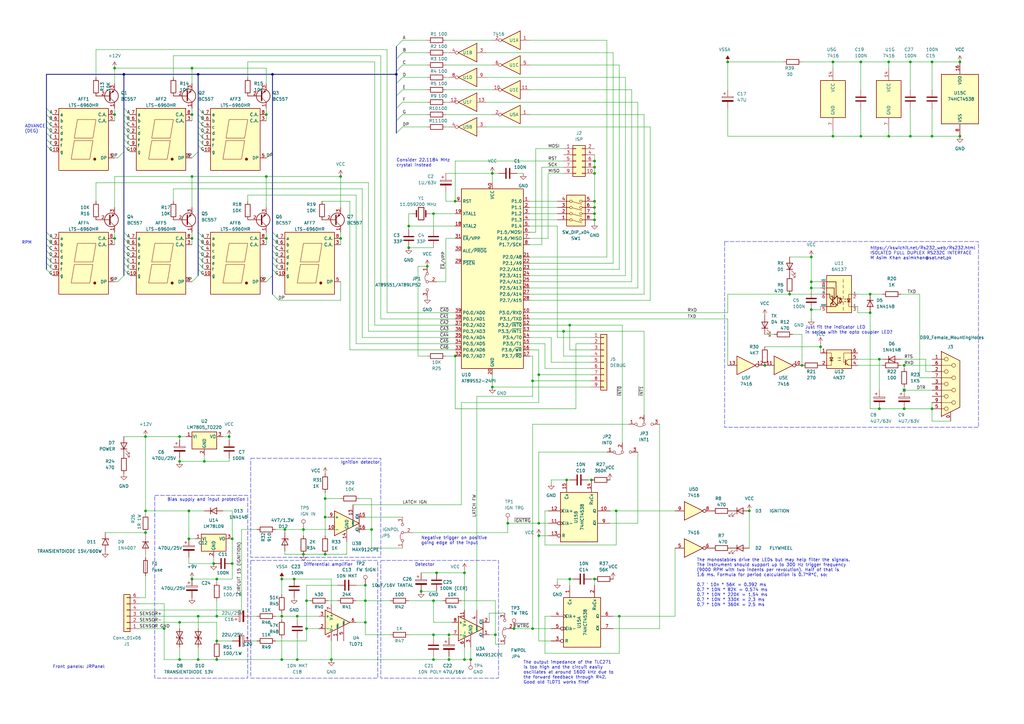
<source format=kicad_sch>
(kicad_sch (version 20230121) (generator eeschema)
  (paper "A3")
  (title_block (title "Matra Murena 2.2 ignition timing measurement device") (date "2023-08-09") (rev "0") (company "Anders Dinsen"))
  (lib_symbols
    (symbol "4xxx:4538"
      (property "Reference" "U" (at 0 11.43 0))
      (property "Value" "4538" (at 0 -11.43 0))
      (symbol "4538_1_0"
        (pin input line (at -5.08 15.24 270) (length 5.08) (name "Cx") (number "1"))
        (pin input line (at 5.08 15.24 270) (length 5.08) (name "RxCx") (number "2"))
        (pin input inverted (at -12.7 -7.62 0) (length 5.08) (name "R") (number "3"))
        (pin input clock (at -12.7 2.54 0) (length 5.08) (name "Clk+") (number "4"))
        (pin input inverted_clock (at -12.7 -2.54 0) (length 5.08) (name "Clk-") (number "5"))
        (pin output line (at 12.7 2.54 180) (length 5.08) (name "Q") (number "6"))
        (pin output line (at 12.7 -2.54 180) (length 5.08) (name "~{Q}") (number "7"))
      )
      (symbol "4538_2_0"
        (pin output line (at 12.7 2.54 180) (length 5.08) (name "Q") (number "10"))
        (pin input inverted_clock (at -12.7 -2.54 0) (length 5.08) (name "Clk-") (number "11"))
        (pin input clock (at -12.7 2.54 0) (length 5.08) (name "Clk+") (number "12"))
        (pin input inverted (at -12.7 -7.62 0) (length 5.08) (name "R") (number "13"))
        (pin input line (at 5.08 15.24 270) (length 5.08) (name "RxCx") (number "14"))
        (pin input line (at -5.08 15.24 270) (length 5.08) (name "Cx") (number "15"))
        (pin output line (at 12.7 -2.54 180) (length 5.08) (name "~{Q}") (number "9"))
      )
      (symbol "4538_3_0"
        (pin power_in line (at 0 15.24 270) (length 5.08) (name "VDD") (number "16"))
        (pin power_in line (at 0 -15.24 90) (length 5.08) (name "VSS") (number "8"))
      )
    )
    (symbol "74xx:74LS06" (pin_names (offset 1.016))
      (property "Reference" "U" (at 0 1.27 0))
      (property "Value" "74LS06" (at 0 -1.27 0))
      (symbol "74LS06_1_0"
        (pin input line (at -7.62 0 0) (length 3.81) (name "~") (number "1"))
        (pin open_collector inverted (at 7.62 0 180) (length 3.81) (name "~") (number "2"))
      )
      (symbol "74LS06_2_0"
        (pin input line (at -7.62 0 0) (length 3.81) (name "~") (number "3"))
        (pin open_collector inverted (at 7.62 0 180) (length 3.81) (name "~") (number "4"))
      )
      (symbol "74LS06_3_0"
        (pin input line (at -7.62 0 0) (length 3.81) (name "~") (number "5"))
        (pin open_collector inverted (at 7.62 0 180) (length 3.81) (name "~") (number "6"))
      )
      (symbol "74LS06_4_0"
        (pin open_collector inverted (at 7.62 0 180) (length 3.81) (name "~") (number "8"))
        (pin input line (at -7.62 0 0) (length 3.81) (name "~") (number "9"))
      )
      (symbol "74LS06_5_0"
        (pin open_collector inverted (at 7.62 0 180) (length 3.81) (name "~") (number "10"))
        (pin input line (at -7.62 0 0) (length 3.81) (name "~") (number "11"))
      )
      (symbol "74LS06_6_0"
        (pin open_collector inverted (at 7.62 0 180) (length 3.81) (name "~") (number "12"))
        (pin input line (at -7.62 0 0) (length 3.81) (name "~") (number "13"))
      )
      (symbol "74LS06_7_0"
        (pin power_in line (at 0 12.7 270) (length 5.08) (name "VCC") (number "14"))
        (pin power_in line (at 0 -12.7 90) (length 5.08) (name "GND") (number "7"))
      )
    )
    (symbol "Amplifier_Operational:TL071" (pin_names (offset 0.127))
      (property "Reference" "U" (at 0 6.35 0))
      (property "Value" "TL071" (at 0 3.81 0))
      (symbol "TL071_1_1"
        (pin input line (at 0 -7.62 90) (length 5.08) (name "NULL") (number "1"))
        (pin input line (at -7.62 -2.54 0) (length 2.54) (name "-") (number "2"))
        (pin input line (at -7.62 2.54 0) (length 2.54) (name "+") (number "3"))
        (pin power_in line (at -2.54 -7.62 90) (length 3.81) (name "V-") (number "4"))
        (pin input line (at 2.54 -7.62 90) (length 6.35) (name "NULL") (number "5"))
        (pin output line (at 7.62 0 180) (length 2.54) (name "~") (number "6"))
        (pin power_in line (at -2.54 7.62 270) (length 3.81) (name "V+") (number "7"))
        (pin no_connect line (at 0 2.54 270) (length 2.54) hide (name "NC") (number "8"))
      )
    )
    (symbol "Connector:DB9_Female_MountingHoles" (pin_names (offset 1.016) hide)
      (property "Reference" "J" (at 0 16.51 0))
      (property "Value" "DB9_Female_MountingHoles" (at 0 14.605 0))
      (symbol "DB9_Female_MountingHoles_1_1"
        (pin passive line (at 0 -15.24 90) (length 3.81) (name "PAD") (number "0"))
        (pin passive line (at -7.62 10.16 0) (length 3.81) (name "1") (number "1"))
        (pin passive line (at -7.62 5.08 0) (length 3.81) (name "2") (number "2"))
        (pin passive line (at -7.62 0 0) (length 3.81) (name "3") (number "3"))
        (pin passive line (at -7.62 -5.08 0) (length 3.81) (name "4") (number "4"))
        (pin passive line (at -7.62 -10.16 0) (length 3.81) (name "5") (number "5"))
        (pin passive line (at -7.62 7.62 0) (length 3.81) (name "6") (number "6"))
        (pin passive line (at -7.62 2.54 0) (length 3.81) (name "7") (number "7"))
        (pin passive line (at -7.62 -2.54 0) (length 3.81) (name "8") (number "8"))
        (pin passive line (at -7.62 -7.62 0) (length 3.81) (name "9") (number "9"))
      )
    )
    (symbol "Connector:DE9_Plug" (pin_names (offset 1.016) hide)
      (property "Reference" "J" (at 0 13.97 0))
      (property "Value" "DE9_Plug" (at 0 -14.605 0))
      (symbol "DE9_Plug_1_1"
        (pin passive line (at -7.62 -10.16 0) (length 3.81) (name "1") (number "1"))
        (pin passive line (at -7.62 -5.08 0) (length 3.81) (name "2") (number "2"))
        (pin passive line (at -7.62 0 0) (length 3.81) (name "3") (number "3"))
        (pin passive line (at -7.62 5.08 0) (length 3.81) (name "4") (number "4"))
        (pin passive line (at -7.62 10.16 0) (length 3.81) (name "5") (number "5"))
        (pin passive line (at -7.62 -7.62 0) (length 3.81) (name "6") (number "6"))
        (pin passive line (at -7.62 -2.54 0) (length 3.81) (name "7") (number "7"))
        (pin passive line (at -7.62 2.54 0) (length 3.81) (name "8") (number "8"))
        (pin passive line (at -7.62 7.62 0) (length 3.81) (name "9") (number "9"))
      )
    )
    (symbol "Connector:DE9_Receptacle" (pin_names (offset 1.016) hide)
      (property "Reference" "J" (at 0 13.97 0))
      (property "Value" "DE9_Receptacle" (at 0 -14.605 0))
      (symbol "DE9_Receptacle_1_1"
        (pin passive line (at -7.62 10.16 0) (length 3.81) (name "1") (number "1"))
        (pin passive line (at -7.62 5.08 0) (length 3.81) (name "2") (number "2"))
        (pin passive line (at -7.62 0 0) (length 3.81) (name "3") (number "3"))
        (pin passive line (at -7.62 -5.08 0) (length 3.81) (name "4") (number "4"))
        (pin passive line (at -7.62 -10.16 0) (length 3.81) (name "5") (number "5"))
        (pin passive line (at -7.62 7.62 0) (length 3.81) (name "6") (number "6"))
        (pin passive line (at -7.62 2.54 0) (length 3.81) (name "7") (number "7"))
        (pin passive line (at -7.62 -2.54 0) (length 3.81) (name "8") (number "8"))
        (pin passive line (at -7.62 -7.62 0) (length 3.81) (name "9") (number "9"))
      )
    )
    (symbol "Connector:TestPoint" (pin_numbers hide) (pin_names (offset 0.762) hide)
      (property "Reference" "TP" (at 0 6.858 0))
      (property "Value" "TestPoint" (at 0 5.08 0))
      (symbol "TestPoint_1_1"
        (pin passive line (at 0 0 90) (length 2.54) (name "1") (number "1"))
      )
    )
    (symbol "Connector_Generic:Conn_01x06" (pin_names (offset 1.016) hide)
      (property "Reference" "J" (at 0 7.62 0))
      (property "Value" "Conn_01x06" (at 0 -10.16 0))
      (symbol "Conn_01x06_1_1"
        (pin passive line (at -5.08 5.08 0) (length 3.81) (name "Pin_1") (number "1"))
        (pin passive line (at -5.08 2.54 0) (length 3.81) (name "Pin_2") (number "2"))
        (pin passive line (at -5.08 0 0) (length 3.81) (name "Pin_3") (number "3"))
        (pin passive line (at -5.08 -2.54 0) (length 3.81) (name "Pin_4") (number "4"))
        (pin passive line (at -5.08 -5.08 0) (length 3.81) (name "Pin_5") (number "5"))
        (pin passive line (at -5.08 -7.62 0) (length 3.81) (name "Pin_6") (number "6"))
      )
    )
    (symbol "Connector_Generic:Conn_01x09" (pin_names (offset 1.016) hide)
      (property "Reference" "J" (at 0 12.7 0))
      (property "Value" "Conn_01x09" (at 0 -12.7 0))
      (symbol "Conn_01x09_1_1"
        (pin passive line (at -5.08 10.16 0) (length 3.81) (name "Pin_1") (number "1"))
        (pin passive line (at -5.08 7.62 0) (length 3.81) (name "Pin_2") (number "2"))
        (pin passive line (at -5.08 5.08 0) (length 3.81) (name "Pin_3") (number "3"))
        (pin passive line (at -5.08 2.54 0) (length 3.81) (name "Pin_4") (number "4"))
        (pin passive line (at -5.08 0 0) (length 3.81) (name "Pin_5") (number "5"))
        (pin passive line (at -5.08 -2.54 0) (length 3.81) (name "Pin_6") (number "6"))
        (pin passive line (at -5.08 -5.08 0) (length 3.81) (name "Pin_7") (number "7"))
        (pin passive line (at -5.08 -7.62 0) (length 3.81) (name "Pin_8") (number "8"))
        (pin passive line (at -5.08 -10.16 0) (length 3.81) (name "Pin_9") (number "9"))
      )
    )
    (symbol "Connector_Generic:Conn_02x05_Odd_Even" (pin_names (offset 1.016) hide)
      (property "Reference" "J" (at 1.27 7.62 0))
      (property "Value" "Conn_02x05_Odd_Even" (at 1.27 -7.62 0))
      (symbol "Conn_02x05_Odd_Even_1_1"
        (pin passive line (at -5.08 5.08 0) (length 3.81) (name "Pin_1") (number "1"))
        (pin passive line (at 7.62 -5.08 180) (length 3.81) (name "Pin_10") (number "10"))
        (pin passive line (at 7.62 5.08 180) (length 3.81) (name "Pin_2") (number "2"))
        (pin passive line (at -5.08 2.54 0) (length 3.81) (name "Pin_3") (number "3"))
        (pin passive line (at 7.62 2.54 180) (length 3.81) (name "Pin_4") (number "4"))
        (pin passive line (at -5.08 0 0) (length 3.81) (name "Pin_5") (number "5"))
        (pin passive line (at 7.62 0 180) (length 3.81) (name "Pin_6") (number "6"))
        (pin passive line (at -5.08 -2.54 0) (length 3.81) (name "Pin_7") (number "7"))
        (pin passive line (at 7.62 -2.54 180) (length 3.81) (name "Pin_8") (number "8"))
        (pin passive line (at -5.08 -5.08 0) (length 3.81) (name "Pin_9") (number "9"))
      )
    )
    (symbol "Device:C" (pin_numbers hide) (pin_names (offset 0.254))
      (property "Reference" "C" (at 0.635 2.54 0))
      (property "Value" "C" (at 0.635 -2.54 0))
      (symbol "C_1_1"
        (pin passive line (at 0 3.81 270) (length 2.794) (name "~") (number "1"))
        (pin passive line (at 0 -3.81 90) (length 2.794) (name "~") (number "2"))
      )
    )
    (symbol "Device:C_Polarized" (pin_numbers hide) (pin_names (offset 0.254))
      (property "Reference" "C" (at 0.635 2.54 0))
      (property "Value" "C_Polarized" (at 0.635 -2.54 0))
      (symbol "C_Polarized_1_1"
        (pin passive line (at 0 3.81 270) (length 2.794) (name "~") (number "1"))
        (pin passive line (at 0 -3.81 90) (length 2.794) (name "~") (number "2"))
      )
    )
    (symbol "Device:Crystal" (pin_numbers hide) (pin_names (offset 1.016) hide)
      (property "Reference" "Y" (at 0 3.81 0))
      (property "Value" "Crystal" (at 0 -3.81 0))
      (symbol "Crystal_1_1"
        (pin passive line (at -3.81 0 0) (length 1.27) (name "1") (number "1"))
        (pin passive line (at 3.81 0 180) (length 1.27) (name "2") (number "2"))
      )
    )
    (symbol "Device:D_Zener" (pin_numbers hide) (pin_names (offset 1.016) hide)
      (property "Reference" "D" (at 0 2.54 0))
      (property "Value" "D_Zener" (at 0 -2.54 0))
      (symbol "D_Zener_1_1"
        (pin passive line (at -3.81 0 0) (length 2.54) (name "K") (number "1"))
        (pin passive line (at 3.81 0 180) (length 2.54) (name "A") (number "2"))
      )
    )
    (symbol "Device:Fuse" (pin_numbers hide) (pin_names (offset 0))
      (property "Reference" "F" (at 2.032 0 90))
      (property "Value" "Fuse" (at -1.905 0 90))
      (symbol "Fuse_1_1"
        (pin passive line (at 0 3.81 270) (length 1.27) (name "~") (number "1"))
        (pin passive line (at 0 -3.81 90) (length 1.27) (name "~") (number "2"))
      )
    )
    (symbol "Device:LED" (pin_numbers hide) (pin_names (offset 1.016) hide)
      (property "Reference" "D" (at 0 2.54 0))
      (property "Value" "LED" (at 0 -2.54 0))
      (symbol "LED_1_1"
        (pin passive line (at -3.81 0 0) (length 2.54) (name "K") (number "1"))
        (pin passive line (at 3.81 0 180) (length 2.54) (name "A") (number "2"))
      )
    )
    (symbol "Device:R" (pin_numbers hide) (pin_names (offset 0))
      (property "Reference" "R" (at 2.032 0 90))
      (property "Value" "R" (at 0 0 90))
      (symbol "R_1_1"
        (pin passive line (at 0 3.81 270) (length 1.27) (name "~") (number "1"))
        (pin passive line (at 0 -3.81 90) (length 1.27) (name "~") (number "2"))
      )
    )
    (symbol "Diode:1.5KExxCA" (pin_numbers hide) (pin_names (offset 1.016) hide)
      (property "Reference" "D" (at 0 2.54 0))
      (property "Value" "1.5KExxCA" (at 0 -2.54 0))
      (symbol "1.5KExxCA_1_1"
        (pin passive line (at -3.81 0 0) (length 2.54) (name "A1") (number "1"))
        (pin passive line (at 3.81 0 180) (length 2.54) (name "A2") (number "2"))
      )
    )
    (symbol "Diode:1N4007" (pin_numbers hide) (pin_names hide)
      (property "Reference" "D" (at 0 2.54 0))
      (property "Value" "1N4007" (at 0 -2.54 0))
      (symbol "1N4007_1_1"
        (pin passive line (at -3.81 0 0) (length 2.54) (name "K") (number "1"))
        (pin passive line (at 3.81 0 180) (length 2.54) (name "A") (number "2"))
      )
    )
    (symbol "Diode:1N4148" (pin_numbers hide) (pin_names hide)
      (property "Reference" "D" (at 0 2.54 0))
      (property "Value" "1N4148" (at 0 -2.54 0))
      (symbol "1N4148_1_1"
        (pin passive line (at -3.81 0 0) (length 2.54) (name "K") (number "1"))
        (pin passive line (at 3.81 0 180) (length 2.54) (name "A") (number "2"))
      )
    )
    (symbol "Diode:1N62xxA" (pin_numbers hide) (pin_names (offset 1.016) hide)
      (property "Reference" "D" (at 0 2.54 0))
      (property "Value" "1N62xxA" (at 0 -2.54 0))
      (symbol "1N62xxA_1_1"
        (pin passive line (at -3.81 0 0) (length 2.54) (name "A1") (number "1"))
        (pin passive line (at 3.81 0 180) (length 2.54) (name "A2") (number "2"))
      )
    )
    (symbol "Display_Character:LTS-6960HR"
      (property "Reference" "AFF" (at -7.874 13.97 0))
      (property "Value" "LTS-6960HR" (at -2.032 13.97 0))
      (symbol "LTS-6960HR_1_1"
        (pin passive line (at -12.7 0 0) (length 2.54) (name "e") (number "1"))
        (pin passive line (at -12.7 -5.08 0) (length 2.54) (name "g") (number "10"))
        (pin passive line (at -12.7 2.54 0) (length 2.54) (name "d") (number "2"))
        (pin passive line (at 12.7 7.62 180) (length 2.54) (name "C.A.") (number "3"))
        (pin passive line (at -12.7 5.08 0) (length 2.54) (name "c") (number "4"))
        (pin passive line (at 12.7 -7.62 180) (length 2.54) (name "DP") (number "5"))
        (pin passive line (at -12.7 7.62 0) (length 2.54) (name "b") (number "6"))
        (pin passive line (at -12.7 10.16 0) (length 2.54) (name "a") (number "7"))
        (pin passive line (at 12.7 10.16 180) (length 2.54) (name "C.A.") (number "8"))
        (pin passive line (at -12.7 -2.54 0) (length 2.54) (name "f") (number "9"))
      )
    )
    (symbol "Isolator:4N37" (pin_names (offset 1.016))
      (property "Reference" "U" (at -5.08 5.08 0))
      (property "Value" "4N37" (at 0 5.08 0))
      (symbol "4N37_1_1"
        (pin passive line (at -7.62 2.54 0) (length 2.54) (name "~") (number "1"))
        (pin passive line (at -7.62 -2.54 0) (length 2.54) (name "~") (number "2"))
        (pin no_connect line (at -5.08 0 0) (length 2.54) hide (name "NC") (number "3"))
        (pin passive line (at 7.62 -2.54 180) (length 2.54) (name "~") (number "4"))
        (pin passive line (at 7.62 0 180) (length 2.54) (name "~") (number "5"))
        (pin passive line (at 7.62 2.54 180) (length 2.54) (name "~") (number "6"))
      )
    )
    (symbol "Isolator:6N137" (pin_names (offset 0))
      (property "Reference" "U" (at -4.064 8.89 0))
      (property "Value" "6N137" (at 0 -8.89 0))
      (symbol "6N137_1_1"
        (pin no_connect line (at -5.08 5.08 0) (length 2.54) hide (name "NC") (number "1"))
        (pin passive line (at -7.62 0 0) (length 2.54) (name "A") (number "2"))
        (pin passive line (at -7.62 -5.08 0) (length 2.54) (name "C") (number "3"))
        (pin power_in line (at 7.62 -5.08 180) (length 2.54) (name "GND") (number "5"))
        (pin open_collector line (at 7.62 0 180) (length 2.54) (name "VO") (number "6"))
        (pin input line (at 7.62 2.54 180) (length 2.54) (name "EN") (number "7"))
        (pin power_in line (at 7.62 5.08 180) (length 2.54) (name "VCC") (number "8"))
      )
    )
    (symbol "Jumper:Jumper_3_Bridged12" (pin_names (offset 0) hide)
      (property "Reference" "JP" (at -2.54 -2.54 0))
      (property "Value" "Jumper_3_Bridged12" (at 0 2.794 0))
      (symbol "Jumper_3_Bridged12_1_1"
        (pin passive line (at -6.35 0 0) (length 2.54) (name "A") (number "1"))
        (pin passive line (at 0 -3.81 90) (length 2.54) (name "C") (number "2"))
        (pin passive line (at 6.35 0 180) (length 2.54) (name "B") (number "3"))
      )
    )
    (symbol "MAX912CPE:MAX912CPE" (pin_names (offset 0.127))
      (property "Reference" "U" (at 3.81 6.35 0))
      (property "Value" "MAX912CPE" (at 3.81 -5.08 0))
      (symbol "MAX912CPE_1_1"
        (pin output line (at 7.62 -2.54 180) (length 2.54) (name "Q") (number "1"))
        (pin power_in line (at -2.54 7.62 270) (length 3.81) (name "V+") (number "11"))
        (pin output line (at 7.62 2.54 180) (length 2.54) (name "~{Q}") (number "2"))
        (pin power_in line (at 0 -7.62 90) (length 5.08) (name "GND") (number "3"))
        (pin input line (at 2.54 7.62 270) (length 6.35) (name "LATCH") (number "4"))
        (pin power_in line (at -2.54 -7.62 90) (length 3.81) (name "V-") (number "6"))
        (pin input line (at -7.62 -2.54 0) (length 2.54) (name "-") (number "7"))
        (pin input line (at -7.62 2.54 0) (length 2.54) (name "+") (number "8"))
      )
      (symbol "MAX912CPE_2_1"
        (pin input line (at -7.62 -2.54 0) (length 2.54) (name "-") (number "10"))
        (pin input line (at 2.54 7.62 270) (length 6.35) (name "LATCH") (number "13"))
        (pin power_in line (at 0 -7.62 90) (length 5.08) (name "GND") (number "14"))
        (pin output line (at 7.62 2.54 180) (length 2.54) (name "~{Q}") (number "15"))
        (pin output line (at 7.62 -2.54 180) (length 2.54) (name "Q") (number "16"))
        (pin input line (at -7.62 2.54 0) (length 2.54) (name "+") (number "9"))
      )
    )
    (symbol "MCU_Microchip_8051:AT89C4051-12P"
      (property "Reference" "U?" (at 2.0194 30.48 0))
      (property "Value" "AT89S51-24PI" (at 2.0194 27.94 0))
      (symbol "AT89C4051-12P_1_1"
        (pin bidirectional line (at 15.24 20.32 180) (length 2.54) (name "P1.0") (number "1"))
        (pin bidirectional line (at 15.24 -25.4 180) (length 2.54) (name "P3.0/RXD") (number "10"))
        (pin bidirectional line (at 15.24 -27.94 180) (length 2.54) (name "P3.1/TXD") (number "11"))
        (pin bidirectional line (at 15.24 -30.48 180) (length 2.54) (name "P3.2/~{INT0}") (number "12"))
        (pin bidirectional line (at 15.24 -33.02 180) (length 2.54) (name "P3.3/~{INT1}") (number "13"))
        (pin bidirectional line (at 15.24 -35.56 180) (length 2.54) (name "P3.4/T0") (number "14"))
        (pin bidirectional line (at 15.24 -38.1 180) (length 2.54) (name "P3.5/T1") (number "15"))
        (pin bidirectional line (at 15.24 -40.64 180) (length 2.54) (name "P3.6/~{WR}") (number "16"))
        (pin bidirectional line (at 15.24 -43.18 180) (length 2.54) (name "P3.7/~{RD}") (number "17"))
        (pin output line (at -15.24 10.16 0) (length 2.54) (name "XTAL2") (number "18"))
        (pin input line (at -15.24 15.24 0) (length 2.54) (name "XTAL1") (number "19"))
        (pin bidirectional line (at 15.24 17.78 180) (length 2.54) (name "P1.1") (number "2"))
        (pin power_in line (at 0 -50.8 90) (length 2.54) (name "GND") (number "20"))
        (pin bidirectional line (at 15.24 -2.54 180) (length 2.54) (name "P2.0/A8") (number "21"))
        (pin bidirectional line (at 15.24 -5.08 180) (length 2.54) (name "P2.1/A9") (number "22"))
        (pin bidirectional line (at 15.24 -7.62 180) (length 2.54) (name "P2.2/A10") (number "23"))
        (pin bidirectional line (at 15.24 -10.16 180) (length 2.54) (name "P2.3/A11") (number "24"))
        (pin bidirectional line (at 15.24 -12.7 180) (length 2.54) (name "P2.4/A12") (number "25"))
        (pin bidirectional line (at 15.24 -15.24 180) (length 2.54) (name "P2.5/A13") (number "26"))
        (pin bidirectional line (at 15.24 -17.78 180) (length 2.54) (name "P2.6/A14") (number "27"))
        (pin bidirectional line (at 15.24 -20.32 180) (length 2.54) (name "P2.7/A15") (number "28"))
        (pin output line (at -15.24 -5.08 0) (length 2.54) (name "~{PSEN}") (number "29"))
        (pin bidirectional line (at 15.24 15.24 180) (length 2.54) (name "P1.2") (number "3"))
        (pin input line (at -15.24 0 0) (length 2.54) (name "ALE/~{PROG}") (number "30"))
        (pin input line (at -15.24 5.08 0) (length 2.54) (name "~{EA}/VPP") (number "31"))
        (pin bidirectional line (at -15.24 -43.18 0) (length 2.54) (name "P0.7/AD7") (number "32"))
        (pin bidirectional line (at -15.24 -40.64 0) (length 2.54) (name "P0.6/AD6") (number "33"))
        (pin bidirectional line (at -15.24 -38.1 0) (length 2.54) (name "P0.5/AD5") (number "34"))
        (pin bidirectional line (at -15.24 -35.56 0) (length 2.54) (name "P0.4/AD4") (number "35"))
        (pin bidirectional line (at -15.24 -33.02 0) (length 2.54) (name "P0.3/AD3") (number "36"))
        (pin bidirectional line (at -15.24 -30.48 0) (length 2.54) (name "P0.2/AD2") (number "37"))
        (pin bidirectional line (at -15.24 -27.94 0) (length 2.54) (name "P0.1/AD1") (number "38"))
        (pin bidirectional line (at -15.24 -25.4 0) (length 2.54) (name "P0.0/AD0") (number "39"))
        (pin bidirectional line (at 15.24 12.7 180) (length 2.54) (name "P1.3") (number "4"))
        (pin power_in line (at 0 27.94 270) (length 2.54) (name "VCC") (number "40"))
        (pin bidirectional line (at 15.24 10.16 180) (length 2.54) (name "P1.4") (number "5"))
        (pin bidirectional line (at 15.24 7.62 180) (length 2.54) (name "P1.5/MOSI") (number "6"))
        (pin bidirectional line (at 15.24 5.08 180) (length 2.54) (name "P1.6/MISO") (number "7"))
        (pin bidirectional line (at 15.24 2.54 180) (length 2.54) (name "P1.7/SCK") (number "8"))
        (pin input line (at -15.24 20.32 0) (length 2.54) (name "RST") (number "9"))
      )
    )
    (symbol "Regulator_Linear:LM7805_TO220" (pin_names (offset 0.254))
      (property "Reference" "U" (at -3.81 3.175 0))
      (property "Value" "LM7805_TO220" (at 0 3.175 0))
      (symbol "LM7805_TO220_1_1"
        (pin power_in line (at -7.62 0 0) (length 2.54) (name "VI") (number "1"))
        (pin power_in line (at 0 -7.62 90) (length 2.54) (name "GND") (number "2"))
        (pin power_out line (at 7.62 0 180) (length 2.54) (name "VO") (number "3"))
      )
    )
    (symbol "Regulator_Linear:LM7809_TO220" (pin_names (offset 0.254))
      (property "Reference" "U" (at -3.81 3.175 0))
      (property "Value" "LM7809_TO220" (at 0 3.175 0))
      (symbol "LM7809_TO220_1_1"
        (pin power_in line (at -7.62 0 0) (length 2.54) (name "VI") (number "1"))
        (pin power_in line (at 0 -7.62 90) (length 2.54) (name "GND") (number "2"))
        (pin power_out line (at 7.62 0 180) (length 2.54) (name "VO") (number "3"))
      )
    )
    (symbol "Switch:SW_DIP_x04" (pin_names (offset 0) hide)
      (property "Reference" "SW" (at 0 8.89 0))
      (property "Value" "SW_DIP_x04" (at 0 -6.35 0))
      (symbol "SW_DIP_x04_1_1"
        (pin passive line (at -7.62 5.08 0) (length 5.08) (name "~") (number "1"))
        (pin passive line (at -7.62 2.54 0) (length 5.08) (name "~") (number "2"))
        (pin passive line (at -7.62 0 0) (length 5.08) (name "~") (number "3"))
        (pin passive line (at -7.62 -2.54 0) (length 5.08) (name "~") (number "4"))
        (pin passive line (at 7.62 -2.54 180) (length 5.08) (name "~") (number "5"))
        (pin passive line (at 7.62 0 180) (length 5.08) (name "~") (number "6"))
        (pin passive line (at 7.62 2.54 180) (length 5.08) (name "~") (number "7"))
        (pin passive line (at 7.62 5.08 180) (length 5.08) (name "~") (number "8"))
      )
    )
    (symbol "Transistor_BJT:BC557" (pin_names (offset 0) hide)
      (property "Reference" "Q" (at 5.08 1.905 0))
      (property "Value" "BC557" (at 5.08 0 0))
      (symbol "BC557_1_1"
        (pin passive line (at 2.54 5.08 270) (length 2.54) (name "C") (number "1"))
        (pin input line (at -5.08 0 0) (length 5.715) (name "B") (number "2"))
        (pin passive line (at 2.54 -5.08 90) (length 2.54) (name "E") (number "3"))
      )
    )
    (symbol "power:+12V" (power) (pin_names (offset 0))
      (property "Value" "+12V" (at 0 3.556 0))
      (symbol "+12V_1_1"
        (pin power_in line (at 0 0 90) (length 0) hide (name "+12V") (number "1"))
      )
    )
    (symbol "power:+9V" (power) (pin_names (offset 0))
      (property "Value" "+9V" (at 0 3.556 0))
      (symbol "+9V_1_1"
        (pin power_in line (at 0 0 90) (length 0) hide (name "+9V") (number "1"))
      )
    )
    (symbol "power:GND" (power) (pin_names (offset 0))
      (property "Value" "GND" (at 0 -3.81 0))
      (symbol "GND_1_1"
        (pin power_in line (at 0 0 270) (length 0) hide (name "GND") (number "1"))
      )
    )
    (symbol "power:VCC" (power) (pin_names (offset 0))
      (property "Value" "VCC" (at 0 3.81 0))
      (symbol "VCC_1_1"
        (pin power_in line (at 0 0 90) (length 0) hide (name "VCC") (number "1"))
      )
    )
    (symbol "power:VSSA" (power) (pin_names (offset 0))
      (property "Value" "VSSA" (at 0 3.81 0))
      (symbol "VSSA_1_1"
        (pin power_in line (at 0 0 90) (length 0) hide (name "VSSA") (number "1"))
      )
    )
  )
  (junction (at 364.49 25.4))
  (junction (at 46.99 97.79))
  (junction (at 133.35 227.33))
  (junction (at 370.84 167.64))
  (junction (at 125.73 246.38))
  (junction (at 341.63 25.4))
  (junction (at 78.74 72.39))
  (junction (at 135.89 270.51))
  (junction (at 353.06 55.88))
  (junction (at 356.87 120.65))
  (junction (at 115.57 270.51))
  (junction (at 186.69 146.05))
  (junction (at 87.63 231.14))
  (junction (at 323.85 120.65))
  (junction (at 201.93 158.75))
  (junction (at 167.64 101.6))
  (junction (at 109.22 97.79))
  (junction (at 59.69 209.55))
  (junction (at 59.69 179.07))
  (junction (at 382.27 25.4))
  (junction (at 139.7 97.79))
  (junction (at 252.73 209.55))
  (junction (at 218.44 257.81))
  (junction (at 111.76 30.48))
  (junction (at 370.84 149.86))
  (junction (at 220.98 219.71))
  (junction (at 93.98 179.07))
  (junction (at 172.72 242.57))
  (junction (at 254 252.73))
  (junction (at 336.55 142.24))
  (junction (at 133.35 204.47))
  (junction (at 88.9 252.73))
  (junction (at 73.66 270.51))
  (junction (at 243.84 85.09))
  (junction (at 124.46 227.33))
  (junction (at 149.86 246.38))
  (junction (at 243.84 87.63))
  (junction (at 231.14 135.89))
  (junction (at 78.74 46.99))
  (junction (at 73.66 179.07))
  (junction (at 81.28 30.48))
  (junction (at 210.82 257.81))
  (junction (at 177.8 260.35))
  (junction (at 353.06 25.4))
  (junction (at 78.74 97.79))
  (junction (at 382.27 167.64))
  (junction (at 59.69 218.44))
  (junction (at 152.4 217.17))
  (junction (at 243.84 90.17))
  (junction (at 360.68 147.32))
  (junction (at 177.8 246.38))
  (junction (at 393.7 55.88))
  (junction (at 332.74 118.11))
  (junction (at 167.64 92.71))
  (junction (at 73.66 255.27))
  (junction (at 77.47 220.98))
  (junction (at 149.86 255.27))
  (junction (at 373.38 25.4))
  (junction (at 133.35 212.09))
  (junction (at 208.28 214.63))
  (junction (at 78.74 237.49))
  (junction (at 149.86 240.03))
  (junction (at 232.41 196.85))
  (junction (at 88.9 262.89))
  (junction (at 307.34 209.55))
  (junction (at 77.47 209.55))
  (junction (at 382.27 55.88))
  (junction (at 298.45 25.4))
  (junction (at 341.63 55.88))
  (junction (at 360.68 167.64))
  (junction (at 46.99 27.94))
  (junction (at 332.74 105.41))
  (junction (at 220.98 214.63))
  (junction (at 46.99 46.99))
  (junction (at 184.15 270.51))
  (junction (at 190.5 234.95))
  (junction (at 175.26 109.22))
  (junction (at 373.38 55.88))
  (junction (at 109.22 46.99))
  (junction (at 81.28 252.73))
  (junction (at 81.28 270.51))
  (junction (at 177.8 87.63))
  (junction (at 95.25 220.98))
  (junction (at 201.93 71.12))
  (junction (at 73.66 189.23))
  (junction (at 67.31 257.81))
  (junction (at 220.98 153.67))
  (junction (at 243.84 71.12))
  (junction (at 95.25 231.14))
  (junction (at 328.93 149.86))
  (junction (at 124.46 217.17))
  (junction (at 162.56 30.48))
  (junction (at 179.07 234.95))
  (junction (at 125.73 257.81))
  (junction (at 370.84 160.02))
  (junction (at 243.84 68.58))
  (junction (at 193.04 270.51))
  (junction (at 364.49 55.88))
  (junction (at 78.74 27.94))
  (junction (at 177.8 270.51))
  (junction (at 242.57 196.85))
  (junction (at 218.44 156.21))
  (junction (at 332.74 115.57))
  (junction (at 313.69 149.86))
  (junction (at 115.57 252.73))
  (junction (at 109.22 72.39))
  (junction (at 139.7 72.39))
  (junction (at 190.5 270.51))
  (junction (at 88.9 270.51))
  (junction (at 115.57 237.49))
  (junction (at 186.69 82.55))
  (junction (at 116.84 217.17))
  (junction (at 120.65 237.49))
  (junction (at 332.74 127))
  (junction (at 243.84 66.04))
  (junction (at 233.68 237.49))
  (junction (at 393.7 25.4))
  (junction (at 233.68 133.35))
  (junction (at 50.8 30.48))
  (junction (at 243.84 82.55))
  (junction (at 203.2 260.35))
  (junction (at 184.15 260.35))
  (junction (at 243.84 237.49))
  (junction (at 121.92 252.73))
  (junction (at 356.87 128.27))
  (junction (at 88.9 237.49))
  (junction (at 121.92 270.51))
  (junction (at 83.82 189.23))
  (no_connect (at 370.84 160.02))
  (bus_entry (at 162.56 54.61) (size 2.54 -2.54))
  (bus_entry (at 81.28 54.61) (size 2.54 2.54))
  (bus_entry (at 81.28 110.49) (size 2.54 2.54))
  (bus_entry (at 78.74 64.77) (size 2.54 -2.54))
  (bus_entry (at 162.56 24.13) (size 2.54 -2.54))
  (bus_entry (at 50.8 97.79) (size 2.54 2.54))
  (bus_entry (at 50.8 100.33) (size 2.54 2.54))
  (bus_entry (at 50.8 105.41) (size 2.54 2.54))
  (bus_entry (at 50.8 110.49) (size 2.54 2.54))
  (bus_entry (at 19.05 54.61) (size 2.54 2.54))
  (bus_entry (at 81.28 102.87) (size 2.54 2.54))
  (bus_entry (at 109.22 64.77) (size 2.54 -2.54))
  (bus_entry (at 162.56 19.05) (size 2.54 -2.54))
  (bus_entry (at 19.05 52.07) (size 2.54 2.54))
  (bus_entry (at 50.8 52.07) (size 2.54 2.54))
  (bus_entry (at 111.76 102.87) (size 2.54 2.54))
  (bus_entry (at 50.8 107.95) (size 2.54 2.54))
  (bus_entry (at 81.28 59.69) (size 2.54 2.54))
  (bus_entry (at 111.76 105.41) (size 2.54 2.54))
  (bus_entry (at 162.56 44.45) (size 2.54 -2.54))
  (bus_entry (at 162.56 34.29) (size 2.54 -2.54))
  (bus_entry (at 81.28 52.07) (size 2.54 2.54))
  (bus_entry (at 81.28 105.41) (size 2.54 2.54))
  (bus_entry (at 81.28 100.33) (size 2.54 2.54))
  (bus_entry (at 81.28 44.45) (size 2.54 2.54))
  (bus_entry (at 81.28 49.53) (size 2.54 2.54))
  (bus_entry (at 50.8 54.61) (size 2.54 2.54))
  (bus_entry (at 19.05 59.69) (size 2.54 2.54))
  (bus_entry (at 50.8 95.25) (size 2.54 2.54))
  (bus_entry (at 50.8 44.45) (size 2.54 2.54))
  (bus_entry (at 50.8 57.15) (size 2.54 2.54))
  (bus_entry (at 162.56 49.53) (size 2.54 -2.54))
  (bus_entry (at 19.05 46.99) (size 2.54 2.54))
  (bus_entry (at 111.76 120.65) (size 2.54 2.54))
  (bus_entry (at 81.28 97.79) (size 2.54 2.54))
  (bus_entry (at 165.1 26.67) (size -2.54 2.54))
  (bus_entry (at 19.05 100.33) (size 2.54 2.54))
  (bus_entry (at 50.8 102.87) (size 2.54 2.54))
  (bus_entry (at 81.28 57.15) (size 2.54 2.54))
  (bus_entry (at 111.76 95.25) (size 2.54 2.54))
  (bus_entry (at 111.76 97.79) (size 2.54 2.54))
  (bus_entry (at 162.56 39.37) (size 2.54 -2.54))
  (bus_entry (at 19.05 97.79) (size 2.54 2.54))
  (bus_entry (at 81.28 46.99) (size 2.54 2.54))
  (bus_entry (at 19.05 110.49) (size 2.54 2.54))
  (bus_entry (at 81.28 107.95) (size 2.54 2.54))
  (bus_entry (at 19.05 107.95) (size 2.54 2.54))
  (bus_entry (at 19.05 44.45) (size 2.54 2.54))
  (bus_entry (at 111.76 100.33) (size 2.54 2.54))
  (bus_entry (at 50.8 46.99) (size 2.54 2.54))
  (bus_entry (at 48.26 64.77) (size 2.54 -2.54))
  (bus_entry (at 81.28 95.25) (size 2.54 2.54))
  (bus_entry (at 109.22 115.57) (size 2.54 -2.54))
  (bus_entry (at 48.26 115.57) (size 2.54 -2.54))
  (bus_entry (at 81.28 113.03) (size -2.54 2.54))
  (bus_entry (at 19.05 57.15) (size 2.54 2.54))
  (bus_entry (at 50.8 49.53) (size 2.54 2.54))
  (bus_entry (at 111.76 107.95) (size 2.54 2.54))
  (bus_entry (at 50.8 59.69) (size 2.54 2.54))
  (bus_entry (at 19.05 105.41) (size 2.54 2.54))
  (bus_entry (at 19.05 49.53) (size 2.54 2.54))
  (bus_entry (at 111.76 110.49) (size 2.54 2.54))
  (bus_entry (at 19.05 95.25) (size 2.54 2.54))
  (bus_entry (at 19.05 102.87) (size 2.54 2.54))
  (wire (pts (xy 364.49 25.4) (xy 373.38 25.4)))
  (wire (pts (xy 158.75 128.27) (xy 186.69 128.27)))
  (wire (pts (xy 121.92 254) (xy 121.92 252.73)))
  (wire (pts (xy 243.84 87.63) (xy 243.84 90.17)))
  (wire (pts (xy 190.5 233.68) (xy 190.5 234.95)))
  (wire (pts (xy 83.82 105.41) (xy 85.09 105.41)))
  (wire (pts (xy 447.04 168.91) (xy 464.82 168.91)))
  (bus (pts (xy 50.8 49.53) (xy 50.8 52.07)))
  (bus (pts (xy 81.28 105.41) (xy 81.28 107.95)))
  (wire (pts (xy 217.17 16.51) (xy 248.92 16.51)))
  (wire (pts (xy 217.17 135.89) (xy 231.14 135.89)))
  (wire (pts (xy 46.99 27.94) (xy 46.99 34.29)))
  (wire (pts (xy 382.27 44.45) (xy 382.27 55.88)))
  (bus (pts (xy 111.76 30.48) (xy 162.56 30.48)))
  (wire (pts (xy 109.22 27.94) (xy 78.74 27.94)))
  (wire (pts (xy 341.63 53.34) (xy 341.63 55.88)))
  (wire (pts (xy 219.71 95.25) (xy 219.71 60.96)))
  (wire (pts (xy 172.72 234.95) (xy 179.07 234.95)))
  (wire (pts (xy 109.22 44.45) (xy 109.22 46.99)))
  (wire (pts (xy 139.7 115.57) (xy 139.7 123.19)))
  (wire (pts (xy 353.06 25.4) (xy 364.49 25.4)))
  (wire (pts (xy 144.78 207.01) (xy 189.23 207.01)))
  (wire (pts (xy 332.74 127) (xy 332.74 130.81)))
  (wire (pts (xy 332.74 127) (xy 336.55 127)))
  (wire (pts (xy 351.79 120.65) (xy 356.87 120.65)))
  (wire (pts (xy 151.13 74.93) (xy 39.37 74.93)))
  (wire (pts (xy 217.17 90.17) (xy 228.6 90.17)))
  (wire (pts (xy 218.44 156.21) (xy 218.44 162.56)))
  (wire (pts (xy 184.15 269.24) (xy 184.15 270.51)))
  (wire (pts (xy 176.53 87.63) (xy 177.8 87.63)))
  (wire (pts (xy 184.15 260.35) (xy 177.8 260.35)))
  (wire (pts (xy 218.44 162.56) (xy 195.58 162.56)))
  (wire (pts (xy 149.86 260.35) (xy 160.02 260.35)))
  (wire (pts (xy 146.05 80.01) (xy 146.05 140.97)))
  (wire (pts (xy 182.88 16.51) (xy 201.93 16.51)))
  (wire (pts (xy 233.68 133.35) (xy 255.27 133.35)))
  (bus (pts (xy 50.8 62.23) (xy 50.8 95.25)))
  (wire (pts (xy 73.66 187.96) (xy 73.66 189.23)))
  (wire (pts (xy 102.87 262.89) (xy 105.41 262.89)))
  (wire (pts (xy 172.72 242.57) (xy 179.07 242.57)))
  (wire (pts (xy 93.98 189.23) (xy 83.82 189.23)))
  (wire (pts (xy 81.28 252.73) (xy 81.28 257.81)))
  (bus (pts (xy 50.8 57.15) (xy 50.8 59.69)))
  (wire (pts (xy 270.51 257.81) (xy 270.51 173.99)))
  (wire (pts (xy 353.06 55.88) (xy 364.49 55.88)))
  (wire (pts (xy 146.05 246.38) (xy 149.86 246.38)))
  (wire (pts (xy 313.69 137.16) (xy 317.5 137.16)))
  (wire (pts (xy 370.84 160.02) (xy 382.27 160.02)))
  (wire (pts (xy 450.85 156.21) (xy 447.04 156.21)))
  (bus (pts (xy 162.56 19.05) (xy 162.56 24.13)))
  (wire (pts (xy 115.57 237.49) (xy 120.65 237.49)))
  (wire (pts (xy 133.35 227.33) (xy 124.46 227.33)))
  (wire (pts (xy 149.86 246.38) (xy 149.86 255.27)))
  (wire (pts (xy 59.69 210.82) (xy 59.69 209.55)))
  (wire (pts (xy 228.6 238.76) (xy 228.6 237.49)))
  (wire (pts (xy 125.73 240.03) (xy 138.43 240.03)))
  (wire (pts (xy 43.18 218.44) (xy 59.69 218.44)))
  (wire (pts (xy 228.6 237.49) (xy 233.68 237.49)))
  (wire (pts (xy 182.88 46.99) (xy 201.93 46.99)))
  (wire (pts (xy 78.74 97.79) (xy 78.74 100.33)))
  (wire (pts (xy 195.58 162.56) (xy 195.58 250.19)))
  (wire (pts (xy 217.17 143.51) (xy 220.98 143.51)))
  (wire (pts (xy 88.9 262.89) (xy 95.25 262.89)))
  (wire (pts (xy 175.26 146.05) (xy 171.45 146.05)))
  (wire (pts (xy 382.27 172.72) (xy 382.27 167.64)))
  (wire (pts (xy 139.7 95.25) (xy 139.7 97.79)))
  (wire (pts (xy 153.67 25.4) (xy 101.6 25.4)))
  (wire (pts (xy 135.89 262.89) (xy 135.89 270.51)))
  (bus (pts (xy 50.8 52.07) (xy 50.8 54.61)))
  (wire (pts (xy 193.04 270.51) (xy 190.5 270.51)))
  (wire (pts (xy 307.34 209.55) (xy 307.34 224.79)))
  (wire (pts (xy 455.93 153.67) (xy 464.82 153.67)))
  (wire (pts (xy 250.19 214.63) (xy 261.62 214.63)))
  (wire (pts (xy 228.6 138.43) (xy 242.57 138.43)))
  (wire (pts (xy 360.68 147.32) (xy 361.95 147.32)))
  (wire (pts (xy 217.17 105.41) (xy 248.92 105.41)))
  (wire (pts (xy 201.93 153.67) (xy 201.93 158.75)))
  (wire (pts (xy 146.05 240.03) (xy 149.86 240.03)))
  (wire (pts (xy 83.82 49.53) (xy 85.09 49.53)))
  (wire (pts (xy 175.26 31.75) (xy 165.1 31.75)))
  (wire (pts (xy 254 252.73) (xy 251.46 252.73)))
  (wire (pts (xy 261.62 185.42) (xy 261.62 214.63)))
  (wire (pts (xy 59.69 209.55) (xy 59.69 179.07)))
  (wire (pts (xy 171.45 109.22) (xy 175.26 109.22)))
  (bus (pts (xy 162.56 24.13) (xy 162.56 29.21)))
  (wire (pts (xy 266.7 52.07) (xy 266.7 123.19)))
  (wire (pts (xy 115.57 251.46) (xy 115.57 252.73)))
  (wire (pts (xy 59.69 227.33) (xy 59.69 228.6)))
  (wire (pts (xy 464.82 163.83) (xy 458.47 163.83)))
  (bus (pts (xy 111.76 95.25) (xy 111.76 97.79)))
  (wire (pts (xy 223.52 223.52) (xy 223.52 209.55)))
  (bus (pts (xy 81.28 95.25) (xy 81.28 97.79)))
  (bus (pts (xy 19.05 95.25) (xy 19.05 97.79)))
  (bus (pts (xy 111.76 110.49) (xy 111.76 113.03)))
  (wire (pts (xy 217.17 85.09) (xy 228.6 85.09)))
  (wire (pts (xy 218.44 146.05) (xy 218.44 156.21)))
  (wire (pts (xy 116.84 226.06) (xy 116.84 227.33)))
  (wire (pts (xy 156.21 130.81) (xy 186.69 130.81)))
  (wire (pts (xy 177.8 87.63) (xy 186.69 87.63)))
  (wire (pts (xy 88.9 270.51) (xy 115.57 270.51)))
  (wire (pts (xy 351.79 128.27) (xy 356.87 128.27)))
  (wire (pts (xy 184.15 270.51) (xy 190.5 270.51)))
  (bus (pts (xy 111.76 102.87) (xy 111.76 105.41)))
  (wire (pts (xy 127 246.38) (xy 125.73 246.38)))
  (bus (pts (xy 50.8 100.33) (xy 50.8 102.87)))
  (wire (pts (xy 222.25 68.58) (xy 222.25 100.33)))
  (wire (pts (xy 109.22 46.99) (xy 109.22 49.53)))
  (wire (pts (xy 379.73 147.32) (xy 379.73 152.4)))
  (wire (pts (xy 382.27 36.83) (xy 382.27 25.4)))
  (wire (pts (xy 217.17 107.95) (xy 251.46 107.95)))
  (wire (pts (xy 351.79 149.86) (xy 361.95 149.86)))
  (wire (pts (xy 165.1 52.07) (xy 175.26 52.07)))
  (bus (pts (xy 111.76 107.95) (xy 111.76 110.49)))
  (wire (pts (xy 142.24 222.25) (xy 142.24 227.33)))
  (wire (pts (xy 298.45 130.81) (xy 217.17 130.81)))
  (wire (pts (xy 351.79 147.32) (xy 360.68 147.32)))
  (wire (pts (xy 217.17 120.65) (xy 264.16 120.65)))
  (wire (pts (xy 165.1 46.99) (xy 175.26 46.99)))
  (wire (pts (xy 158.75 20.32) (xy 158.75 128.27)))
  (wire (pts (xy 77.47 209.55) (xy 77.47 220.98)))
  (wire (pts (xy 121.92 261.62) (xy 121.92 270.51)))
  (wire (pts (xy 165.1 26.67) (xy 175.26 26.67)))
  (wire (pts (xy 254 26.67) (xy 254 110.49)))
  (wire (pts (xy 186.69 167.64) (xy 236.22 167.64)))
  (wire (pts (xy 146.05 255.27) (xy 149.86 255.27)))
  (wire (pts (xy 73.66 189.23) (xy 83.82 189.23)))
  (bus (pts (xy 50.8 110.49) (xy 50.8 113.03)))
  (wire (pts (xy 77.47 209.55) (xy 83.82 209.55)))
  (wire (pts (xy 203.2 264.16) (xy 207.01 264.16)))
  (bus (pts (xy 19.05 52.07) (xy 19.05 54.61)))
  (wire (pts (xy 149.86 260.35) (xy 149.86 255.27)))
  (wire (pts (xy 182.88 146.05) (xy 186.69 146.05)))
  (wire (pts (xy 177.8 270.51) (xy 184.15 270.51)))
  (wire (pts (xy 149.86 240.03) (xy 149.86 246.38)))
  (bus (pts (xy 111.76 105.41) (xy 111.76 107.95)))
  (wire (pts (xy 220.98 262.89) (xy 226.06 262.89)))
  (bus (pts (xy 162.56 44.45) (xy 162.56 49.53)))
  (wire (pts (xy 248.92 16.51) (xy 248.92 105.41)))
  (wire (pts (xy 220.98 219.71) (xy 220.98 262.89)))
  (wire (pts (xy 152.4 204.47) (xy 152.4 217.17)))
  (wire (pts (xy 88.9 262.89) (xy 88.9 255.27)))
  (wire (pts (xy 325.12 137.16) (xy 328.93 137.16)))
  (wire (pts (xy 356.87 128.27) (xy 356.87 167.64)))
  (bus (pts (xy 81.28 110.49) (xy 81.28 113.03)))
  (wire (pts (xy 182.88 41.91) (xy 184.15 41.91)))
  (wire (pts (xy 236.22 140.97) (xy 242.57 140.97)))
  (wire (pts (xy 223.52 267.97) (xy 254 267.97)))
  (wire (pts (xy 458.47 163.83) (xy 458.47 161.29)))
  (wire (pts (xy 87.63 228.6) (xy 87.63 231.14)))
  (bus (pts (xy 81.28 30.48) (xy 111.76 30.48)))
  (wire (pts (xy 184.15 260.35) (xy 184.15 261.62)))
  (bus (pts (xy 81.28 57.15) (xy 81.28 59.69)))
  (wire (pts (xy 203.2 260.35) (xy 203.2 264.16)))
  (wire (pts (xy 167.64 87.63) (xy 167.64 92.71)))
  (wire (pts (xy 231.14 135.89) (xy 231.14 146.05)))
  (wire (pts (xy 149.86 217.17) (xy 152.4 217.17)))
  (wire (pts (xy 259.08 115.57) (xy 217.17 115.57)))
  (wire (pts (xy 199.39 21.59) (xy 251.46 21.59)))
  (wire (pts (xy 46.99 44.45) (xy 46.99 46.99)))
  (wire (pts (xy 167.64 92.71) (xy 186.69 92.71)))
  (wire (pts (xy 177.8 255.27) (xy 185.42 255.27)))
  (wire (pts (xy 158.75 20.32) (xy 39.37 20.32)))
  (wire (pts (xy 298.45 25.4) (xy 298.45 36.83)))
  (wire (pts (xy 57.15 247.65) (xy 67.31 247.65)))
  (wire (pts (xy 146.05 140.97) (xy 186.69 140.97)))
  (bus (pts (xy 19.05 49.53) (xy 19.05 52.07)))
  (wire (pts (xy 95.25 220.98) (xy 95.25 231.14)))
  (wire (pts (xy 217.17 97.79) (xy 224.79 97.79)))
  (wire (pts (xy 313.69 142.24) (xy 336.55 142.24)))
  (wire (pts (xy 115.57 270.51) (xy 121.92 270.51)))
  (wire (pts (xy 105.41 252.73) (xy 102.87 252.73)))
  (wire (pts (xy 182.88 31.75) (xy 184.15 31.75)))
  (wire (pts (xy 189.23 246.38) (xy 203.2 246.38)))
  (wire (pts (xy 115.57 261.62) (xy 115.57 270.51)))
  (wire (pts (xy 226.06 252.73) (xy 223.52 252.73)))
  (wire (pts (xy 364.49 53.34) (xy 364.49 55.88)))
  (wire (pts (xy 210.82 257.81) (xy 218.44 257.81)))
  (wire (pts (xy 77.47 231.14) (xy 87.63 231.14)))
  (wire (pts (xy 455.93 151.13) (xy 455.93 153.67)))
  (wire (pts (xy 121.92 252.73) (xy 130.81 252.73)))
  (wire (pts (xy 182.88 26.67) (xy 201.93 26.67)))
  (bus (pts (xy 19.05 30.48) (xy 50.8 30.48)))
  (bus (pts (xy 81.28 100.33) (xy 81.28 102.87)))
  (wire (pts (xy 83.82 102.87) (xy 85.09 102.87)))
  (wire (pts (xy 46.99 85.09) (xy 46.99 72.39)))
  (wire (pts (xy 226.06 198.12) (xy 226.06 196.85)))
  (wire (pts (xy 73.66 179.07) (xy 73.66 180.34)))
  (wire (pts (xy 78.74 72.39) (xy 109.22 72.39)))
  (wire (pts (xy 193.04 265.43) (xy 193.04 270.51)))
  (wire (pts (xy 332.74 115.57) (xy 336.55 115.57)))
  (wire (pts (xy 113.03 262.89) (xy 125.73 262.89)))
  (wire (pts (xy 101.6 25.4) (xy 101.6 31.75)))
  (bus (pts (xy 19.05 100.33) (xy 19.05 102.87)))
  (wire (pts (xy 341.63 25.4) (xy 353.06 25.4)))
  (wire (pts (xy 109.22 34.29) (xy 109.22 27.94)))
  (wire (pts (xy 139.7 204.47) (xy 133.35 204.47)))
  (wire (pts (xy 356.87 120.65) (xy 361.95 120.65)))
  (wire (pts (xy 373.38 25.4) (xy 382.27 25.4)))
  (bus (pts (xy 19.05 30.48) (xy 19.05 44.45)))
  (wire (pts (xy 152.4 224.79) (xy 152.4 217.17)))
  (wire (pts (xy 46.99 64.77) (xy 48.26 64.77)))
  (wire (pts (xy 298.45 44.45) (xy 298.45 55.88)))
  (wire (pts (xy 217.17 138.43) (xy 226.06 138.43)))
  (wire (pts (xy 39.37 20.32) (xy 39.37 31.75)))
  (wire (pts (xy 220.98 219.71) (xy 224.79 219.71)))
  (bus (pts (xy 81.28 97.79) (xy 81.28 100.33)))
  (wire (pts (xy 78.74 27.94) (xy 46.99 27.94)))
  (wire (pts (xy 115.57 252.73) (xy 121.92 252.73)))
  (bus (pts (xy 19.05 105.41) (xy 19.05 107.95)))
  (bus (pts (xy 81.28 46.99) (xy 81.28 49.53)))
  (wire (pts (xy 254 110.49) (xy 217.17 110.49)))
  (bus (pts (xy 162.56 29.21) (xy 162.56 30.48)))
  (wire (pts (xy 217.17 118.11) (xy 261.62 118.11)))
  (wire (pts (xy 143.51 82.55) (xy 143.51 143.51)))
  (wire (pts (xy 125.73 257.81) (xy 130.81 257.81)))
  (wire (pts (xy 73.66 265.43) (xy 73.66 270.51)))
  (wire (pts (xy 182.88 97.79) (xy 182.88 115.57)))
  (wire (pts (xy 120.65 237.49) (xy 135.89 237.49)))
  (wire (pts (xy 243.84 63.5) (xy 243.84 66.04)))
  (wire (pts (xy 243.84 71.12) (xy 243.84 82.55)))
  (wire (pts (xy 336.55 125.73) (xy 336.55 127)))
  (bus (pts (xy 50.8 46.99) (xy 50.8 49.53)))
  (wire (pts (xy 91.44 209.55) (xy 95.25 209.55)))
  (wire (pts (xy 153.67 25.4) (xy 153.67 133.35)))
  (wire (pts (xy 217.17 146.05) (xy 218.44 146.05)))
  (wire (pts (xy 83.82 52.07) (xy 85.09 52.07)))
  (wire (pts (xy 382.27 154.94) (xy 377.19 154.94)))
  (wire (pts (xy 298.45 120.65) (xy 298.45 128.27)))
  (wire (pts (xy 50.8 179.07) (xy 59.69 179.07)))
  (wire (pts (xy 243.84 66.04) (xy 243.84 68.58)))
  (wire (pts (xy 139.7 72.39) (xy 139.7 85.09)))
  (wire (pts (xy 124.46 217.17) (xy 124.46 219.71)))
  (wire (pts (xy 177.8 246.38) (xy 181.61 246.38)))
  (wire (pts (xy 373.38 25.4) (xy 373.38 36.83)))
  (wire (pts (xy 133.35 212.09) (xy 133.35 219.71)))
  (wire (pts (xy 95.25 209.55) (xy 95.25 220.98)))
  (wire (pts (xy 177.8 87.63) (xy 177.8 93.98)))
  (wire (pts (xy 143.51 143.51) (xy 186.69 143.51)))
  (wire (pts (xy 153.67 133.35) (xy 186.69 133.35)))
  (wire (pts (xy 323.85 105.41) (xy 332.74 105.41)))
  (wire (pts (xy 167.64 246.38) (xy 177.8 246.38)))
  (wire (pts (xy 57.15 252.73) (xy 81.28 252.73)))
  (wire (pts (xy 233.68 133.35) (xy 233.68 143.51)))
  (wire (pts (xy 184.15 260.35) (xy 185.42 260.35)))
  (wire (pts (xy 336.55 142.24) (xy 336.55 144.78)))
  (wire (pts (xy 88.9 237.49) (xy 88.9 238.76)))
  (wire (pts (xy 134.62 246.38) (xy 138.43 246.38)))
  (wire (pts (xy 109.22 72.39) (xy 109.22 85.09)))
  (wire (pts (xy 151.13 135.89) (xy 151.13 74.93)))
  (wire (pts (xy 201.93 71.12) (xy 201.93 74.93)))
  (wire (pts (xy 203.2 246.38) (xy 203.2 260.35)))
  (wire (pts (xy 241.3 196.85) (xy 242.57 196.85)))
  (wire (pts (xy 447.04 151.13) (xy 455.93 151.13)))
  (wire (pts (xy 220.98 143.51) (xy 220.98 153.67)))
  (wire (pts (xy 101.6 80.01) (xy 101.6 82.55)))
  (wire (pts (xy 88.9 255.27) (xy 73.66 255.27)))
  (wire (pts (xy 341.63 25.4) (xy 341.63 27.94)))
  (wire (pts (xy 81.28 270.51) (xy 88.9 270.51)))
  (wire (pts (xy 135.89 237.49) (xy 135.89 247.65)))
  (bus (pts (xy 81.28 52.07) (xy 81.28 54.61)))
  (wire (pts (xy 252.73 209.55) (xy 276.86 209.55)))
  (wire (pts (xy 115.57 237.49) (xy 115.57 243.84)))
  (bus (pts (xy 162.56 30.48) (xy 162.56 34.29)))
  (bus (pts (xy 111.76 30.48) (xy 111.76 62.23)))
  (wire (pts (xy 217.17 113.03) (xy 256.54 113.03)))
  (bus (pts (xy 81.28 102.87) (xy 81.28 105.41)))
  (wire (pts (xy 217.17 82.55) (xy 228.6 82.55)))
  (wire (pts (xy 88.9 246.38) (xy 88.9 252.73)))
  (wire (pts (xy 177.8 269.24) (xy 177.8 270.51)))
  (wire (pts (xy 382.27 167.64) (xy 382.27 165.1)))
  (wire (pts (xy 57.15 257.81) (xy 67.31 257.81)))
  (wire (pts (xy 332.74 115.57) (xy 332.74 118.11)))
  (wire (pts (xy 360.68 167.64) (xy 370.84 167.64)))
  (wire (pts (xy 67.31 257.81) (xy 67.31 270.51)))
  (wire (pts (xy 81.28 265.43) (xy 81.28 270.51)))
  (wire (pts (xy 142.24 227.33) (xy 133.35 227.33)))
  (bus (pts (xy 50.8 102.87) (xy 50.8 105.41)))
  (wire (pts (xy 190.5 234.95) (xy 190.5 250.19)))
  (wire (pts (xy 222.25 68.58) (xy 231.14 68.58)))
  (wire (pts (xy 298.45 25.4) (xy 321.31 25.4)))
  (wire (pts (xy 217.17 36.83) (xy 259.08 36.83)))
  (wire (pts (xy 382.27 25.4) (xy 393.7 25.4)))
  (wire (pts (xy 116.84 218.44) (xy 116.84 217.17)))
  (wire (pts (xy 242.57 146.05) (xy 231.14 146.05)))
  (wire (pts (xy 83.82 97.79) (xy 85.09 97.79)))
  (wire (pts (xy 199.39 41.91) (xy 261.62 41.91)))
  (wire (pts (xy 109.22 72.39) (xy 139.7 72.39)))
  (wire (pts (xy 78.74 237.49) (xy 88.9 237.49)))
  (wire (pts (xy 218.44 257.81) (xy 226.06 257.81)))
  (bus (pts (xy 50.8 97.79) (xy 50.8 100.33)))
  (wire (pts (xy 177.8 260.35) (xy 177.8 261.62)))
  (wire (pts (xy 341.63 55.88) (xy 353.06 55.88)))
  (wire (pts (xy 251.46 257.81) (xy 270.51 257.81)))
  (wire (pts (xy 332.74 105.41) (xy 332.74 115.57)))
  (wire (pts (xy 182.88 21.59) (xy 184.15 21.59)))
  (wire (pts (xy 147.32 204.47) (xy 152.4 204.47)))
  (bus (pts (xy 19.05 102.87) (xy 19.05 105.41)))
  (bus (pts (xy 50.8 59.69) (xy 50.8 62.23)))
  (wire (pts (xy 133.35 201.93) (xy 133.35 204.47)))
  (wire (pts (xy 177.8 246.38) (xy 177.8 255.27)))
  (wire (pts (xy 175.26 21.59) (xy 165.1 21.59)))
  (wire (pts (xy 234.95 237.49) (xy 233.68 237.49)))
  (wire (pts (xy 370.84 149.86) (xy 370.84 151.13)))
  (wire (pts (xy 242.57 143.51) (xy 233.68 143.51)))
  (wire (pts (xy 328.93 25.4) (xy 341.63 25.4)))
  (bus (pts (xy 81.28 107.95) (xy 81.28 110.49)))
  (wire (pts (xy 78.74 44.45) (xy 78.74 46.99)))
  (wire (pts (xy 71.12 77.47) (xy 148.59 77.47)))
  (wire (pts (xy 360.68 147.32) (xy 360.68 160.02)))
  (bus (pts (xy 111.76 62.23) (xy 111.76 95.25)))
  (wire (pts (xy 369.57 149.86) (xy 370.84 149.86)))
  (wire (pts (xy 93.98 187.96) (xy 93.98 189.23)))
  (wire (pts (xy 370.84 160.02) (xy 370.84 158.75)))
  (wire (pts (xy 189.23 165.1) (xy 220.98 165.1)))
  (bus (pts (xy 162.56 34.29) (xy 162.56 39.37)))
  (wire (pts (xy 255.27 133.35) (xy 255.27 181.61)))
  (wire (pts (xy 453.39 156.21) (xy 464.82 156.21)))
  (wire (pts (xy 78.74 27.94) (xy 78.74 34.29)))
  (wire (pts (xy 71.12 22.86) (xy 71.12 31.75)))
  (wire (pts (xy 328.93 137.16) (xy 328.93 149.86)))
  (wire (pts (xy 132.08 82.55) (xy 143.51 82.55)))
  (wire (pts (xy 199.39 31.75) (xy 256.54 31.75)))
  (wire (pts (xy 332.74 118.11) (xy 336.55 118.11)))
  (wire (pts (xy 223.52 140.97) (xy 223.52 151.13)))
  (wire (pts (xy 39.37 74.93) (xy 39.37 82.55)))
  (wire (pts (xy 298.45 55.88) (xy 341.63 55.88)))
  (wire (pts (xy 228.6 92.71) (xy 228.6 138.43)))
  (wire (pts (xy 59.69 219.71) (xy 59.69 218.44)))
  (wire (pts (xy 251.46 21.59) (xy 251.46 107.95)))
  (wire (pts (xy 93.98 179.07) (xy 91.44 179.07)))
  (wire (pts (xy 217.17 100.33) (xy 222.25 100.33)))
  (wire (pts (xy 218.44 156.21) (xy 242.57 156.21)))
  (wire (pts (xy 186.69 66.04) (xy 186.69 82.55)))
  (wire (pts (xy 165.1 16.51) (xy 175.26 16.51)))
  (wire (pts (xy 377.19 120.65) (xy 369.57 120.65)))
  (wire (pts (xy 224.79 71.12) (xy 224.79 97.79)))
  (wire (pts (xy 99.06 250.19) (xy 99.06 217.17)))
  (wire (pts (xy 243.84 237.49) (xy 243.84 240.03)))
  (wire (pts (xy 182.88 82.55) (xy 186.69 82.55)))
  (wire (pts (xy 116.84 217.17) (xy 124.46 217.17)))
  (wire (pts (xy 254 267.97) (xy 254 252.73)))
  (wire (pts (xy 370.84 167.64) (xy 382.27 167.64)))
  (wire (pts (xy 243.84 68.58) (xy 243.84 71.12)))
  (wire (pts (xy 167.64 260.35) (xy 177.8 260.35)))
  (wire (pts (xy 217.17 92.71) (xy 228.6 92.71)))
  (wire (pts (xy 46.99 46.99) (xy 46.99 49.53)))
  (wire (pts (xy 101.6 80.01) (xy 146.05 80.01)))
  (wire (pts (xy 252.73 223.52) (xy 223.52 223.52)))
  (wire (pts (xy 323.85 120.65) (xy 298.45 120.65)))
  (wire (pts (xy 168.91 87.63) (xy 167.64 87.63)))
  (wire (pts (xy 186.69 146.05) (xy 186.69 167.64)))
  (wire (pts (xy 165.1 224.79) (xy 152.4 224.79)))
  (wire (pts (xy 165.1 41.91) (xy 175.26 41.91)))
  (wire (pts (xy 125.73 262.89) (xy 125.73 257.81)))
  (wire (pts (xy 323.85 120.65) (xy 336.55 120.65)))
  (wire (pts (xy 149.86 246.38) (xy 160.02 246.38)))
  (wire (pts (xy 167.64 92.71) (xy 167.64 93.98)))
  (bus (pts (xy 81.28 59.69) (xy 81.28 62.23)))
  (wire (pts (xy 46.99 72.39) (xy 78.74 72.39)))
  (wire (pts (xy 379.73 152.4) (xy 382.27 152.4)))
  (bus (pts (xy 162.56 39.37) (xy 162.56 44.45)))
  (wire (pts (xy 109.22 95.25) (xy 109.22 97.79)))
  (wire (pts (xy 125.73 240.03) (xy 125.73 246.38)))
  (wire (pts (xy 168.91 218.44) (xy 208.28 218.44)))
  (wire (pts (xy 182.88 82.55) (xy 182.88 78.74)))
  (wire (pts (xy 208.28 214.63) (xy 220.98 214.63)))
  (bus (pts (xy 50.8 30.48) (xy 50.8 44.45)))
  (bus (pts (xy 50.8 44.45) (xy 50.8 46.99)))
  (wire (pts (xy 124.46 217.17) (xy 134.62 217.17)))
  (wire (pts (xy 450.85 158.75) (xy 450.85 156.21)))
  (wire (pts (xy 259.08 36.83) (xy 259.08 115.57)))
  (wire (pts (xy 67.31 270.51) (xy 73.66 270.51)))
  (wire (pts (xy 369.57 147.32) (xy 379.73 147.32)))
  (bus (pts (xy 19.05 44.45) (xy 19.05 46.99)))
  (wire (pts (xy 114.3 123.19) (xy 139.7 123.19)))
  (wire (pts (xy 264.16 46.99) (xy 264.16 120.65)))
  (wire (pts (xy 389.89 172.72) (xy 382.27 172.72)))
  (bus (pts (xy 50.8 30.48) (xy 81.28 30.48)))
  (wire (pts (xy 212.09 71.12) (xy 214.63 71.12)))
  (wire (pts (xy 233.68 237.49) (xy 233.68 240.03)))
  (wire (pts (xy 171.45 146.05) (xy 171.45 109.22)))
  (wire (pts (xy 88.9 237.49) (xy 95.25 237.49)))
  (wire (pts (xy 353.06 44.45) (xy 353.06 55.88)))
  (wire (pts (xy 243.84 90.17) (xy 243.84 91.44)))
  (wire (pts (xy 242.57 237.49) (xy 243.84 237.49)))
  (wire (pts (xy 231.14 135.89) (xy 264.16 135.89)))
  (wire (pts (xy 83.82 59.69) (xy 85.09 59.69)))
  (wire (pts (xy 59.69 236.22) (xy 59.69 245.11)))
  (wire (pts (xy 226.06 196.85) (xy 232.41 196.85)))
  (wire (pts (xy 232.41 196.85) (xy 233.68 196.85)))
  (wire (pts (xy 217.17 133.35) (xy 233.68 133.35)))
  (wire (pts (xy 81.28 252.73) (xy 88.9 252.73)))
  (wire (pts (xy 217.17 87.63) (xy 228.6 87.63)))
  (wire (pts (xy 149.86 212.09) (xy 165.1 212.09)))
  (bus (pts (xy 19.05 59.69) (xy 19.05 95.25)))
  (wire (pts (xy 201.93 71.12) (xy 204.47 71.12)))
  (wire (pts (xy 373.38 44.45) (xy 373.38 55.88)))
  (wire (pts (xy 264.16 135.89) (xy 264.16 170.18)))
  (wire (pts (xy 46.99 97.79) (xy 46.99 95.25)))
  (wire (pts (xy 220.98 214.63) (xy 224.79 214.63)))
  (wire (pts (xy 115.57 252.73) (xy 115.57 254)))
  (bus (pts (xy 111.76 97.79) (xy 111.76 100.33)))
  (wire (pts (xy 186.69 66.04) (xy 231.14 66.04)))
  (wire (pts (xy 67.31 247.65) (xy 67.31 257.81)))
  (wire (pts (xy 217.17 46.99) (xy 264.16 46.99)))
  (bus (pts (xy 81.28 62.23) (xy 81.28 95.25)))
  (wire (pts (xy 156.21 22.86) (xy 156.21 130.81)))
  (wire (pts (xy 78.74 95.25) (xy 78.74 97.79)))
  (wire (pts (xy 59.69 179.07) (xy 73.66 179.07)))
  (wire (pts (xy 219.71 60.96) (xy 231.14 60.96)))
  (wire (pts (xy 220.98 165.1) (xy 220.98 153.67)))
  (wire (pts (xy 217.17 95.25) (xy 219.71 95.25)))
  (wire (pts (xy 266.7 123.19) (xy 217.17 123.19)))
  (wire (pts (xy 73.66 255.27) (xy 57.15 255.27)))
  (wire (pts (xy 190.5 270.51) (xy 190.5 265.43)))
  (bus (pts (xy 19.05 107.95) (xy 19.05 110.49)))
  (wire (pts (xy 356.87 167.64) (xy 360.68 167.64)))
  (wire (pts (xy 139.7 97.79) (xy 139.7 100.33)))
  (wire (pts (xy 364.49 55.88) (xy 373.38 55.88)))
  (wire (pts (xy 156.21 22.86) (xy 71.12 22.86)))
  (bus (pts (xy 50.8 95.25) (xy 50.8 97.79)))
  (wire (pts (xy 88.9 252.73) (xy 95.25 252.73)))
  (wire (pts (xy 77.47 220.98) (xy 80.01 220.98)))
  (wire (pts (xy 226.06 148.59) (xy 242.57 148.59)))
  (wire (pts (xy 364.49 25.4) (xy 364.49 27.94)))
  (wire (pts (xy 243.84 85.09) (xy 243.84 87.63)))
  (wire (pts (xy 83.82 189.23) (xy 83.82 186.69)))
  (wire (pts (xy 453.39 153.67) (xy 453.39 156.21)))
  (wire (pts (xy 382.27 55.88) (xy 393.7 55.88)))
  (wire (pts (xy 450.85 158.75) (xy 464.82 158.75)))
  (wire (pts (xy 220.98 153.67) (xy 242.57 153.67)))
  (bus (pts (xy 81.28 49.53) (xy 81.28 52.07)))
  (wire (pts (xy 179.07 234.95) (xy 190.5 234.95)))
  (wire (pts (xy 201.93 158.75) (xy 242.57 158.75)))
  (wire (pts (xy 261.62 41.91) (xy 261.62 118.11)))
  (wire (pts (xy 99.06 217.17) (xy 105.41 217.17)))
  (bus (pts (xy 19.05 97.79) (xy 19.05 100.33)))
  (wire (pts (xy 248.92 185.42) (xy 220.98 185.42)))
  (wire (pts (xy 298.45 149.86) (xy 298.45 130.81)))
  (wire (pts (xy 254 252.73) (xy 276.86 252.73)))
  (wire (pts (xy 148.59 77.47) (xy 148.59 138.43)))
  (wire (pts (xy 179.07 115.57) (xy 182.88 115.57)))
  (wire (pts (xy 370.84 149.86) (xy 382.27 149.86)))
  (wire (pts (xy 182.88 71.12) (xy 201.93 71.12)))
  (wire (pts (xy 121.92 270.51) (xy 135.89 270.51)))
  (wire (pts (xy 59.69 209.55) (xy 77.47 209.55)))
  (wire (pts (xy 353.06 25.4) (xy 353.06 36.83)))
  (wire (pts (xy 133.35 204.47) (xy 133.35 212.09)))
  (wire (pts (xy 182.88 52.07) (xy 184.15 52.07)))
  (wire (pts (xy 200.66 260.35) (xy 203.2 260.35)))
  (wire (pts (xy 257.81 173.99) (xy 218.44 173.99)))
  (bus (pts (xy 162.56 49.53) (xy 162.56 54.61)))
  (bus (pts (xy 111.76 100.33) (xy 111.76 102.87)))
  (wire (pts (xy 73.66 255.27) (xy 73.66 257.81)))
  (wire (pts (xy 78.74 46.99) (xy 78.74 49.53)))
  (bus (pts (xy 81.28 44.45) (xy 81.28 46.99)))
  (wire (pts (xy 186.69 135.89) (xy 151.13 135.89)))
  (wire (pts (xy 46.99 115.57) (xy 48.26 115.57)))
  (wire (pts (xy 93.98 180.34) (xy 93.98 179.07)))
  (wire (pts (xy 373.38 55.88) (xy 382.27 55.88)))
  (wire (pts (xy 276.86 224.79) (xy 276.86 252.73)))
  (wire (pts (xy 351.79 125.73) (xy 351.79 128.27)))
  (wire (pts (xy 73.66 270.51) (xy 81.28 270.51)))
  (wire (pts (xy 78.74 72.39) (xy 78.74 85.09)))
  (wire (pts (xy 165.1 36.83) (xy 175.26 36.83)))
  (bus (pts (xy 19.05 57.15) (xy 19.05 59.69)))
  (wire (pts (xy 223.52 252.73) (xy 223.52 267.97)))
  (wire (pts (xy 224.79 71.12) (xy 231.14 71.12)))
  (wire (pts (xy 71.12 82.55) (xy 71.12 77.47)))
  (wire (pts (xy 250.19 209.55) (xy 252.73 209.55)))
  (wire (pts (xy 199.39 52.07) (xy 266.7 52.07)))
  (wire (pts (xy 83.82 46.99) (xy 85.09 46.99)))
  (wire (pts (xy 218.44 173.99) (xy 218.44 257.81)))
  (wire (pts (xy 217.17 26.67) (xy 254 26.67)))
  (wire (pts (xy 252.73 209.55) (xy 252.73 223.52)))
  (bus (pts (xy 111.76 113.03) (xy 111.76 120.65)))
  (wire (pts (xy 447.04 153.67) (xy 453.39 153.67)))
  (wire (pts (xy 332.74 119.38) (xy 332.74 118.11)))
  (wire (pts (xy 115.57 252.73) (xy 113.03 252.73)))
  (wire (pts (xy 298.45 128.27) (xy 217.17 128.27)))
  (wire (pts (xy 217.17 140.97) (xy 223.52 140.97)))
  (wire (pts (xy 189.23 207.01) (xy 189.23 165.1)))
  (wire (pts (xy 223.52 151.13) (xy 242.57 151.13)))
  (wire (pts (xy 458.47 161.29) (xy 447.04 161.29)))
  (bus (pts (xy 50.8 54.61) (xy 50.8 57.15)))
  (wire (pts (xy 125.73 246.38) (xy 125.73 257.81)))
  (wire (pts (xy 200.66 251.46) (xy 207.01 251.46)))
  (wire (pts (xy 208.28 218.44) (xy 208.28 214.63)))
  (wire (pts (xy 99.06 250.19) (xy 57.15 250.19)))
  (wire (pts (xy 182.88 97.79) (xy 186.69 97.79)))
  (wire (pts (xy 73.66 179.07) (xy 76.2 179.07)))
  (wire (pts (xy 95.25 237.49) (xy 95.25 231.14)))
  (bus (pts (xy 81.28 30.48) (xy 81.28 44.45)))
  (wire (pts (xy 220.98 185.42) (xy 220.98 214.63)))
  (bus (pts (xy 50.8 105.41) (xy 50.8 107.95)))
  (wire (pts (xy 46.99 97.79) (xy 46.99 100.33)))
  (wire (pts (xy 133.35 212.09) (xy 134.62 212.09)))
  (wire (pts (xy 226.06 138.43) (xy 226.06 148.59)))
  (bus (pts (xy 50.8 107.95) (xy 50.8 110.49)))
  (wire (pts (xy 148.59 138.43) (xy 186.69 138.43)))
  (wire (pts (xy 57.15 245.11) (xy 59.69 245.11)))
  (bus (pts (xy 19.05 54.61) (xy 19.05 57.15)))
  (wire (pts (xy 135.89 270.51) (xy 177.8 270.51)))
  (wire (pts (xy 336.55 140.97) (xy 336.55 142.24)))
  (wire (pts (xy 256.54 31.75) (xy 256.54 113.03)))
  (wire (pts (xy 223.52 209.55) (xy 224.79 209.55)))
  (wire (pts (xy 182.88 36.83) (xy 201.93 36.83)))
  (wire (pts (xy 236.22 167.64) (xy 236.22 140.97)))
  (wire (pts (xy 377.19 154.94) (xy 377.19 120.65)))
  (bus (pts (xy 19.05 46.99) (xy 19.05 49.53)))
  (wire (pts (xy 77.47 228.6) (xy 77.47 231.14)))
  (wire (pts (xy 109.22 97.79) (xy 109.22 100.33)))
  (wire (pts (xy 243.84 82.55) (xy 243.84 85.09)))
  (bus (pts (xy 81.28 54.61) (xy 81.28 57.15)))
  (wire (pts (xy 113.03 217.17) (xy 116.84 217.17)))
  (wire (pts (xy 167.64 101.6) (xy 177.8 101.6)))
  (wire (pts (xy 116.84 227.33) (xy 124.46 227.33)))
  (wire (pts (xy 200.66 255.27) (xy 200.66 251.46)))
  (rectangle (start 297.18 99.06) (end 401.32 175.26) (stroke (width 0) (type dash)))
  (rectangle (start 156.21 229.87) (end 204.47 278.13) (stroke (width 0) (type dash)))
  (rectangle (start 102.87 229.87) (end 154.94 278.13) (stroke (width 0) (type dash)))
  (rectangle (start 63.5 203.2) (end 101.6 278.13) (stroke (width 0) (type dash)))
  (rectangle (start 102.87 187.96) (end 156.21 228.6) (stroke (width 0) (type dash)))
  (text "The monostables drive the LEDs but may help filter the signals. \nThe instrument should support up to 300 Hz trigger frequency \n(9000 RPM with two indents per revolution). Half of that is \n1.6 ms. Formula for period calculation is 0.7*R*C, so:\n\n0.7 ' 10n * 56K = 0.392 ms\n0.7 * 10N * 82K = 0,574 ms\n0.7 * 10N * 220K = 1,54 ms\n0.7 * 10N * 330K = 2,3 ms\n0,7 * 10N * 360K = 2,5 ms" (at 285.75 248.92 0) (effects (font (size 1.27 1.27)) (justify left bottom)))
  (text "RPM" (at 8.89 100.33 0) (effects (font (size 1.27 1.27)) (justify left bottom)))
  (text "The output impedance of the TLC271\nis too high and the circuit easily\noscillates at around 1600 kHz due to\nthe forward feedback through R42.\nGood old TL071 works fine!\n" (at 214.63 280.67 0) (effects (font (size 1.27 1.27)) (justify left bottom)))
  (text "Consider 22.1184 MHz \ncrystal instead" (at 162.56 68.58 0) (effects (font (size 1.27 1.27)) (justify left bottom)))
  (text "Front panels: JRPanel" (at 21.59 274.32 0) (effects (font (size 1.27 1.27)) (justify left bottom)))
  (text "Negative trigger on positive \ngoing edge of the input" (at 172.72 223.52 0) (effects (font (size 1.27 1.27)) (justify left bottom)))
  (text "ADVANCE\n(DEG)\n" (at 10.16 54.61 0) (effects (font (size 1.27 1.27)) (justify left bottom)))
  (text "Differential amplifier\n" (at 124.46 232.41 0) (effects (font (size 1.27 1.27)) (justify left bottom)))
  (text "Bias supply and input protection\n" (at 68.58 205.74 0) (effects (font (size 1.27 1.27)) (justify left bottom)))
  (text "Just fit the indicator LED\nin series with the opto coupler LED?" (at 330.2 137.16 0) (effects (font (size 1.27 1.27)) (justify left bottom)))
  (text "Ignition detector" (at 139.7 190.5 0) (effects (font (size 1.27 1.27)) (justify left bottom)))
  (text "https://kswichit.net/Rs232_web/Rs232.html\nISOLATED FULL DUPLEX RS232C INTERFACE\nM Asim Khan asimkhan@sat.net.pk" (at 356.87 106.68 0) (effects (font (size 1.27 1.27)) (justify left bottom)))
  (text "FEJL denne retter" (at 447.04 139.7 0) (effects (font (size 1.27 1.27)) (justify left bottom)))
  (text "Detector" (at 170.18 232.41 0) (effects (font (size 1.27 1.27)) (justify left bottom)))
  (label "A" (at 53.34 46.99 180))
  (label "B" (at 53.34 49.53 180))
  (label "RTS" (at 370.84 147.32 0))
  (label "G" (at 83.82 62.23 180))
  (label "~{INT0}" (at 255.27 162.56 90))
  (label "~{CA6}" (at 180.34 143.51 0))
  (label "F" (at 53.34 110.49 180))
  (label "C" (at 53.34 52.07 180))
  (label "~{CA4}" (at 180.34 138.43 0))
  (label "DP" (at 78.74 64.77 180))
  (label "~{CA5}" (at 180.34 140.97 0))
  (label "TXD" (at 372.11 120.65 0))
  (label "MISO" (at 224.79 71.12 0))
  (label "A" (at 114.3 97.79 180))
  (label "C" (at 83.82 52.07 180))
  (label "DP" (at 48.26 64.77 180))
  (label "LATCH FW" (at 195.58 212.09 90))
  (label "B" (at 114.3 100.33 180))
  (label "RXD" (at 370.84 149.86 0))
  (label "DP" (at 78.74 115.57 180))
  (label "F" (at 21.59 110.49 180))
  (label "C" (at 21.59 102.87 180))
  (label "G" (at 21.59 62.23 180))
  (label "D" (at 165.1 31.75 0))
  (label "B" (at 165.1 21.59 0))
  (label "F" (at 165.1 41.91 0))
  (label "G" (at 21.59 113.03 180))
  (label "CIRCUIT 15 (IGNITION)" (at 99.06 243.84 90))
  (label "~{FWTRG}" (at 210.82 257.81 0))
  (label "F" (at 114.3 110.49 180))
  (label "DP" (at 48.26 115.57 180))
  (label "D" (at 53.34 105.41 180))
  (label "D" (at 53.34 54.61 180))
  (label "B" (at 21.59 100.33 180))
  (label "E" (at 165.1 36.83 0))
  (label "~{CA1}" (at 180.34 130.81 0))
  (label "D" (at 21.59 105.41 180))
  (label "~{CA0}" (at 180.34 128.27 0))
  (label "D" (at 114.3 105.41 180))
  (label "E" (at 21.59 107.95 180))
  (label "LATCH IGN" (at 165.1 207.01 0))
  (label "SENSOR+" (at 57.15 252.73 0))
  (label "SENSOR GND" (at 57.15 257.81 0))
  (label "A" (at 83.82 46.99 180))
  (label "MOSI" (at 224.79 60.96 0))
  (label "C" (at 114.3 102.87 180))
  (label "A" (at 83.82 97.79 180))
  (label "C" (at 21.59 52.07 180))
  (label "~{CA2}" (at 180.34 133.35 0))
  (label "F" (at 21.59 59.69 180))
  (label "D" (at 83.82 105.41 180))
  (label "F" (at 83.82 110.49 180))
  (label "B" (at 83.82 100.33 180))
  (label "A" (at 53.34 97.79 180))
  (label "G" (at 165.1 46.99 0))
  (label "SENSOR-" (at 57.15 255.27 0))
  (label "A" (at 165.1 16.51 0))
  (label "DTR" (at 375.92 160.02 0))
  (label "DP" (at 165.1 52.07 0))
  (label "SCK" (at 224.79 68.58 0))
  (label "E" (at 114.3 107.95 180))
  (label "RST" (at 224.79 66.04 0))
  (label "F" (at 83.82 59.69 180))
  (label "~{IGNTRG}" (at 210.82 214.63 0))
  (label "G" (at 114.3 113.03 180))
  (label "~{EA}{slash}VPP" (at 182.88 110.49 90))
  (label "~{INT1}" (at 264.16 162.56 90))
  (label "A" (at 21.59 46.99 180))
  (label "A" (at 21.59 97.79 180))
  (label "E" (at 83.82 57.15 180))
  (label "E" (at 83.82 107.95 180))
  (label "G" (at 83.82 113.03 180))
  (label "G" (at 53.34 113.03 180))
  (label "C" (at 53.34 102.87 180))
  (label "B" (at 21.59 49.53 180))
  (label "G" (at 53.34 62.23 180))
  (label "F" (at 53.34 59.69 180))
  (label "C" (at 83.82 102.87 180))
  (label "DP" (at 109.22 115.57 180))
  (label "E" (at 21.59 57.15 180))
  (label "C" (at 165.1 26.67 0))
  (label "D" (at 83.82 54.61 180))
  (label "B" (at 83.82 49.53 180))
  (label "RXD" (at 281.94 128.27 0))
  (label "TXD" (at 281.94 130.81 0))
  (label "DP" (at 109.22 64.77 0))
  (label "B" (at 53.34 100.33 180))
  (label "DP" (at 116.84 123.19 180))
  (label "E" (at 53.34 107.95 180))
  (label "~{CA3}" (at 180.34 135.89 0))
  (label "D" (at 21.59 54.61 180))
  (label "E" (at 53.34 57.15 180))
  (symbol (lib_id "Device:C_Polarized") (at 99.06 262.89 270) (unit 1)
    (property "Reference" "C20" (at 101.6 264.16 90))
    (property "Value" "22U/25V" (at 95.25 260.35 90))
    (property "Footprint" "Capacitor_THT:CP_Radial_D5.0mm_P2.50mm" (effects hide))
  )
  (symbol (lib_id "Device:C") (at 93.98 184.15 0) (unit 1)
    (property "Reference" "C7" (at 97.79 185.42 0) (effects (justify left)))
    (property "Value" "100N" (at 95.25 187.96 0) (effects (justify left)))
    (property "Footprint" "Capacitor_THT:C_Disc_D4.7mm_W2.5mm_P5.00mm" (effects hide))
  )
  (symbol (lib_id "Transistor_BJT:BC557") (at 44.45 90.17 0) (mirror x) (unit 1)
    (property "Reference" "Q4" (at 52.07 88.9 0) (effects (justify left)))
    (property "Value" "BC557" (at 52.07 91.44 0) (effects (justify left)))
    (property "Footprint" "Package_TO_SOT_THT:TO-92_Inline_Wide" (effects hide))
    (property "Datasheet" "https://www.onsemi.com/pub/Collateral/BC556BTA-D.pdf" (effects hide))
  )
  (symbol (lib_id "Diode:1.5KExxCA") (at 73.66 261.62 90) (unit 1)
    (property "Reference" "D8" (at 72.39 273.05 90) (effects (justify right)))
    (property "Value" "TRANSIENTDIODE 13V" (at 67.31 275.59 90) (effects (justify right)))
    (property "Footprint" "Diode_THT:D_DO-15_P12.70mm_Horizontal" (effects hide))
    (property "Datasheet" "https://el-supply.dk/transientdiode-13v-600w-do-15/varenummer/8-27613" (effects hide))
  )
  (symbol (lib_id "Device:R") (at 109.22 217.17 270) (unit 1)
    (property "Reference" "R32" (at 107.95 222.25 0) (effects (justify right)))
    (property "Value" "910" (at 110.49 222.25 0) (effects (justify right)))
    (property "Footprint" "Resistor_THT:R_Axial_DIN0207_L6.3mm_D2.5mm_P10.16mm_Horizontal" (effects hide))
  )
  (symbol (lib_id "Isolator:4N37") (at 344.17 147.32 0) (unit 1)
    (property "Reference" "U12" (at 344.17 152.4 0))
    (property "Value" "4N37" (at 344.17 154.94 0))
    (property "Footprint" "Package_DIP:DIP-6_W7.62mm" (effects hide))
    (property "Datasheet" "https://www.vishay.com/docs/81181/4n35.pdf" (effects hide))
  )
  (symbol (lib_id "Display_Character:LTS-6960HR") (at 34.29 107.95 0) (unit 1)
    (property "Reference" "AFF4" (at 34.29 91.44 0))
    (property "Value" "LTS-6960HR" (at 34.29 93.98 0))
    (property "Footprint" "Display_7Segment:7SegmentLED_LTS6760_LTS6780" (effects hide))
    (property "Datasheet" "https://datasheet.octopart.com/LTS-6960HR-Lite-On-datasheet-11803242.pdf" (effects hide))
  )
  (symbol (lib_id "Device:R") (at 163.83 246.38 270) (unit 1)
    (property "Reference" "R42" (at 163.83 248.92 90))
    (property "Value" "100" (at 163.83 243.84 90))
    (property "Footprint" "Resistor_THT:R_Axial_DIN0207_L6.3mm_D2.5mm_P10.16mm_Horizontal" (effects hide))
  )
  (symbol (lib_id "Transistor_BJT:BC557") (at 44.45 39.37 0) (mirror x) (unit 1)
    (property "Reference" "Q1" (at 49.53 38.1 0) (effects (justify left)))
    (property "Value" "BC557" (at 49.53 40.64 0) (effects (justify left)))
    (property "Footprint" "Package_TO_SOT_THT:TO-92_Inline_Wide" (effects hide))
    (property "Datasheet" "https://www.onsemi.com/pub/Collateral/BC556BTA-D.pdf" (effects hide))
  )
  (symbol (lib_id "power:VCC") (at 313.69 129.54 0) (unit 1)
    (property "Reference" "#PWR018" (effects hide))
    (property "Value" "VCC" (at 313.69 124.46 0))
  )
  (symbol (lib_id "Device:C") (at 177.8 97.79 180) (unit 1)
    (property "Reference" "C4" (at 172.72 96.52 0))
    (property "Value" "33P" (at 172.72 99.06 0))
    (property "Footprint" "Capacitor_THT:C_Disc_D3.0mm_W1.6mm_P2.50mm" (effects hide))
  )
  (symbol (lib_id "power:VCC") (at 133.35 194.31 0) (unit 1)
    (property "Reference" "#PWR016" (effects hide))
    (property "Value" "VCC" (at 129.54 193.04 0))
  )
  (symbol (lib_id "74xx:74LS06") (at 191.77 41.91 0) (mirror y) (unit 6)
    (property "Reference" "U1" (at 191.77 41.91 0))
    (property "Value" "7416" (effects hide))
    (property "Footprint" "Package_DIP:DIP-14_W7.62mm_LongPads" (effects hide))
    (property "Datasheet" "http://www.ti.com/lit/gpn/sn74LS06" (effects hide))
  )
  (symbol (lib_id "power:GND") (at 332.74 130.81 0) (unit 1)
    (property "Reference" "#PWR010" (effects hide))
    (property "Value" "GND" (at 327.66 133.35 0))
  )
  (symbol (lib_id "power:VCC") (at 250.19 196.85 0) (unit 1)
    (property "Reference" "#PWR017" (effects hide))
    (property "Value" "VCC" (at 250.19 191.77 0))
  )
  (symbol (lib_id "Display_Character:LTS-6960HR") (at 66.04 107.95 0) (unit 1)
    (property "Reference" "AFF5" (at 66.04 91.44 0))
    (property "Value" "LTS-6960HR" (at 66.04 93.98 0))
    (property "Footprint" "Display_7Segment:7SegmentLED_LTS6760_LTS6780" (effects hide))
    (property "Datasheet" "https://datasheet.octopart.com/LTS-6960HR-Lite-On-datasheet-11803242.pdf" (effects hide))
  )
  (symbol (lib_id "Diode:1N4148") (at 356.87 124.46 270) (unit 1)
    (property "Reference" "D5" (at 359.41 123.19 90) (effects (justify left)))
    (property "Value" "1N4148" (at 359.41 125.73 90) (effects (justify left)))
    (property "Footprint" "Diode_THT:D_DO-35_SOD27_P7.62mm_Horizontal" (effects hide))
    (property "Datasheet" "https://assets.nexperia.com/documents/data-sheet/1N4148_1N4448.pdf" (effects hide))
    (property "Sim.Device" "D" (effects hide))
    (property "Sim.Pins" "1=K 2=A" (effects hide))
  )
  (symbol (lib_id "power:GND") (at 393.7 55.88 0) (unit 1)
    (property "Reference" "#PWR032" (effects hide))
    (property "Value" "GND" (at 393.7 60.96 0))
  )
  (symbol (lib_id "Device:C") (at 179.07 238.76 0) (unit 1)
    (property "Reference" "C25" (at 181.61 238.76 0) (effects (justify left)))
    (property "Value" "100N (CER)" (at 180.34 241.3 0) (effects (justify left)))
    (property "Footprint" "Capacitor_THT:C_Axial_L3.8mm_D2.6mm_P7.50mm_Horizontal" (effects hide))
  )
  (symbol (lib_id "Device:R") (at 179.07 146.05 90) (unit 1)
    (property "Reference" "R25" (at 179.07 151.13 90))
    (property "Value" "10K" (at 179.07 148.59 90))
    (property "Footprint" "Resistor_THT:R_Axial_DIN0207_L6.3mm_D2.5mm_P10.16mm_Horizontal" (effects hide))
  )
  (symbol (lib_id "Device:R") (at 179.07 16.51 270) (unit 1)
    (property "Reference" "R1" (at 177.8 13.97 90))
    (property "Value" "100" (at 181.61 13.97 90))
    (property "Footprint" "Resistor_THT:R_Axial_DIN0207_L6.3mm_D2.5mm_P10.16mm_Horizontal" (effects hide))
  )
  (symbol (lib_id "4xxx:4538") (at 238.76 255.27 0) (unit 1)
    (property "Reference" "U15" (at 237.49 255.27 90))
    (property "Value" "74HCT4538" (at 240.03 255.27 90))
    (property "Footprint" "Package_DIP:DIP-16_W7.62mm_Socket_LongPads" (effects hide))
    (property "Datasheet" "https://assets.nexperia.com/documents/data-sheet/HEF4538B.pdf" (effects hide))
  )
  (symbol (lib_id "Device:R") (at 71.12 35.56 0) (unit 1)
    (property "Reference" "R14" (at 73.66 34.29 0) (effects (justify left)))
    (property "Value" "10K" (at 73.66 36.83 0) (effects (justify left)))
    (property "Footprint" "Resistor_THT:R_Axial_DIN0207_L6.3mm_D2.5mm_P10.16mm_Horizontal" (effects hide))
  )
  (symbol (lib_id "Device:Fuse") (at 59.69 232.41 180) (unit 1)
    (property "Reference" "F1" (at 62.23 231.14 0) (effects (justify right)))
    (property "Value" "Fuse" (at 62.23 233.68 0) (effects (justify right)))
    (property "Footprint" "Fuse:Fuseholder_Clip-5x20mm_Bel_FC-203-22_Lateral_P17.80x5.00mm_D1.17mm_Horizontal" (effects hide))
  )
  (symbol (lib_id "74xx:74LS06") (at 321.31 149.86 0) (unit 5)
    (property "Reference" "U5" (at 321.31 154.94 0))
    (property "Value" "7416" (at 321.31 157.48 0))
    (property "Footprint" "Package_DIP:DIP-14_W7.62mm_LongPads" (effects hide))
    (property "Datasheet" "http://www.ti.com/lit/gpn/sn74LS06" (effects hide))
  )
  (symbol (lib_id "Isolator:6N137") (at 344.17 120.65 0) (mirror y) (unit 1)
    (property "Reference" "U11" (at 344.17 107.95 0))
    (property "Value" "6N137" (at 344.17 110.49 0))
    (property "Footprint" "Package_DIP:DIP-8_W7.62mm" (effects hide))
    (property "Datasheet" "https://docs.broadcom.com/docs/AV02-0940EN" (effects hide))
  )
  (symbol (lib_id "Device:C") (at 91.44 231.14 90) (unit 1)
    (property "Reference" "C11" (at 91.44 227.33 90))
    (property "Value" "100N" (at 91.44 234.95 90))
    (property "Footprint" "Capacitor_THT:C_Disc_D4.7mm_W2.5mm_P5.00mm" (effects hide))
  )
  (symbol (lib_id "Device:C") (at 238.76 237.49 270) (unit 1)
    (property "Reference" "C14" (at 237.49 233.68 90) (effects (justify left)))
    (property "Value" "10N" (at 237.49 231.14 90) (effects (justify left)))
    (property "Footprint" "Capacitor_THT:C_Rect_L4.6mm_W3.0mm_P2.50mm_MKS02_FKP02" (effects hide))
  )
  (symbol (lib_id "power:VCC") (at 251.46 237.49 0) (unit 1)
    (property "Reference" "#PWR027" (effects hide))
    (property "Value" "VCC" (at 251.46 232.41 0))
  )
  (symbol (lib_id "Device:R") (at 109.22 262.89 270) (unit 1)
    (property "Reference" "R49" (at 109.22 265.43 90))
    (property "Value" "11K" (at 109.22 260.35 90))
    (property "Footprint" "Resistor_THT:R_Axial_DIN0207_L6.3mm_D2.5mm_P10.16mm_Horizontal" (effects hide))
  )
  (symbol (lib_id "power:GND") (at 214.63 71.12 0) (unit 1)
    (property "Reference" "#PWR04" (effects hide))
    (property "Value" "GND" (at 214.63 76.2 0))
  )
  (symbol (lib_id "power:GND") (at 50.8 194.31 0) (unit 1)
    (property "Reference" "#PWR05" (effects hide))
    (property "Value" "GND" (at 50.8 199.39 0))
  )
  (symbol (lib_id "Device:C") (at 373.38 40.64 0) (unit 1)
    (property "Reference" "C27" (at 370.84 20.32 0) (effects (justify left)))
    (property "Value" "100N" (at 370.84 22.86 0) (effects (justify left)))
    (property "Footprint" "Capacitor_THT:C_Disc_D4.7mm_W2.5mm_P5.00mm" (effects hide))
  )
  (symbol (lib_id "Device:C") (at 177.8 265.43 0) (unit 1)
    (property "Reference" "C21" (at 173.99 273.05 0) (effects (justify left)))
    (property "Value" "10N POLY" (at 171.45 275.59 0) (effects (justify left)))
    (property "Footprint" "Capacitor_THT:C_Rect_L7.0mm_W2.5mm_P5.00mm" (effects hide))
    (property "Datasheet" "https://el-supply.dk/shop/322-wima-kondensatorer/56754-wima-mkt-kondensator-10nf-63v-5mm/" (effects hide))
  )
  (symbol (lib_id "Device:R") (at 179.07 46.99 90) (unit 1)
    (property "Reference" "R10" (at 177.8 44.45 90))
    (property "Value" "100" (at 181.61 44.45 90))
    (property "Footprint" "Resistor_THT:R_Axial_DIN0207_L6.3mm_D2.5mm_P10.16mm_Horizontal" (effects hide))
  )
  (symbol (lib_id "power:GND") (at 167.64 101.6 0) (unit 1)
    (property "Reference" "#PWR08" (effects hide))
    (property "Value" "GND" (at 167.64 106.68 0))
  )
  (symbol (lib_id "Amplifier_Operational:TL071") (at 138.43 255.27 0) (unit 1)
    (property "Reference" "U4" (at 146.05 261.62 0))
    (property "Value" "TL071" (at 146.05 264.16 0))
    (property "Datasheet" "http://www.ti.com/lit/ds/symlink/tl071.pdf" (effects hide))
  )
  (symbol (lib_id "power:VCC") (at 307.34 209.55 0) (unit 1)
    (property "Reference" "#PWR036" (effects hide))
    (property "Value" "VCC" (at 307.34 204.47 0))
  )
  (symbol (lib_id "Transistor_BJT:BC557") (at 106.68 90.17 0) (mirror x) (unit 1)
    (property "Reference" "Q6" (at 113.03 88.9 0) (effects (justify left)))
    (property "Value" "BC557" (at 113.03 91.44 0) (effects (justify left)))
    (property "Footprint" "Package_TO_SOT_THT:TO-92_Inline_Wide" (effects hide))
    (property "Datasheet" "https://www.onsemi.com/pub/Collateral/BC556BTA-D.pdf" (effects hide))
  )
  (symbol (lib_id "power:GND") (at 78.74 245.11 0) (unit 1)
    (property "Reference" "#PWR07" (effects hide))
    (property "Value" "GND" (effects hide))
  )
  (symbol (lib_id "74xx:74LS06") (at 341.63 40.64 0) (unit 7)
    (property "Reference" "U5" (at 339.09 20.32 0) (effects (justify left)))
    (property "Value" "7416" (at 339.09 22.86 0) (effects (justify left)))
    (property "Footprint" "Package_DIP:DIP-14_W7.62mm_LongPads" (effects hide))
    (property "Datasheet" "http://www.ti.com/lit/gpn/sn74LS06" (effects hide))
  )
  (symbol (lib_id "Device:R") (at 39.37 35.56 0) (unit 1)
    (property "Reference" "R13" (at 41.91 35.56 90))
    (property "Value" "10K" (at 44.45 35.56 90))
    (property "Footprint" "Resistor_THT:R_Axial_DIN0207_L6.3mm_D2.5mm_P10.16mm_Horizontal" (effects hide))
  )
  (symbol (lib_id "Device:R") (at 71.12 86.36 180) (unit 1)
    (property "Reference" "R17" (at 66.04 85.09 0) (effects (justify right)))
    (property "Value" "10K" (at 66.04 87.63 0) (effects (justify right)))
    (property "Footprint" "Resistor_THT:R_Axial_DIN0207_L6.3mm_D2.5mm_P10.16mm_Horizontal" (effects hide))
  )
  (symbol (lib_id "Regulator_Linear:LM7809_TO220") (at 87.63 220.98 0) (unit 1)
    (property "Reference" "U14" (at 87.63 213.36 0))
    (property "Value" "LM78L09" (at 87.63 215.9 0))
    (property "Footprint" "Package_TO_SOT_THT:TO-92_Inline_Wide" (effects hide))
    (property "Datasheet" "https://www.onsemi.cn/PowerSolutions/document/MC7800-D.PDF" (effects hide))
  )
  (symbol (lib_id "Device:C") (at 120.65 241.3 0) (unit 1)
    (property "Reference" "C23" (at 119.38 232.41 0) (effects (justify left)))
    (property "Value" "100N" (at 119.38 234.95 0) (effects (justify left)))
    (property "Footprint" "Capacitor_THT:C_Disc_D4.7mm_W2.5mm_P5.00mm" (effects hide))
  )
  (symbol (lib_id "74xx:74LS06") (at 209.55 16.51 0) (mirror y) (unit 1)
    (property "Reference" "U1" (at 210.82 16.51 0))
    (property "Value" "7416" (at 204.47 13.97 0))
    (property "Footprint" "Package_DIP:DIP-14_W7.62mm_LongPads" (effects hide))
    (property "Datasheet" "http://www.ti.com/lit/gpn/sn74LS06" (effects hide))
  )
  (symbol (lib_id "Regulator_Linear:LM7805_TO220") (at 83.82 179.07 0) (unit 1)
    (property "Reference" "U2" (at 83.82 172.72 0))
    (property "Value" "LM7805_TO220" (at 83.82 175.26 0))
    (property "Footprint" "Package_TO_SOT_THT:TO-220-3_Horizontal_TabDown" (effects hide))
    (property "Datasheet" "https://www.onsemi.cn/PowerSolutions/document/MC7800-D.PDF" (effects hide))
  )
  (symbol (lib_id "Device:C_Polarized") (at 184.15 265.43 0) (unit 1)
    (property "Reference" "C22" (at 181.61 273.05 0) (effects (justify left)))
    (property "Value" "47U/16V" (at 181.61 275.59 0) (effects (justify left)))
    (property "Footprint" "Capacitor_THT:CP_Radial_D5.0mm_P2.50mm" (effects hide))
  )
  (symbol (lib_id "Connector:TestPoint") (at 210.82 257.81 0) (unit 1)
    (property "Reference" "TP3" (at 209.55 249.4279 0) (effects (justify left)))
    (property "Value" "TW TRG" (at 209.55 251.46 0) (effects (justify left)))
    (property "Footprint" "Connector_Pin:Pin_D1.0mm_L10.0mm" (effects hide))
  )
  (symbol (lib_id "Device:C_Polarized") (at 78.74 241.3 0) (unit 1)
    (property "Reference" "C24" (at 82.55 239.1409 0) (effects (justify left)))
    (property "Value" "470U/25V" (at 66.04 241.3 0) (effects (justify left)))
    (property "Footprint" "Capacitor_THT:CP_Radial_D10.0mm_P5.00mm" (effects hide))
    (property "Datasheet" "https://el-supply.dk/radial-elektrolyt-470uf-25v-105-h14mm/varenummer/0-211E3472" (effects hide))
  )
  (symbol (lib_id "Transistor_BJT:BC557") (at 106.68 39.37 0) (mirror x) (unit 1)
    (property "Reference" "Q3" (at 111.76 38.0999 0) (effects (justify left)))
    (property "Value" "BC557" (at 111.76 40.6399 0) (effects (justify left)))
    (property "Footprint" "Package_TO_SOT_THT:TO-92_Inline_Wide" (effects hide))
    (property "Datasheet" "https://www.onsemi.com/pub/Collateral/BC556BTA-D.pdf" (effects hide))
  )
  (symbol (lib_id "Diode:1N4148") (at 87.63 209.55 0) (unit 1)
    (property "Reference" "D13" (at 97.79 209.55 0))
    (property "Value" "1N4148" (at 97.79 212.09 0))
    (property "Footprint" "Diode_THT:D_DO-35_SOD27_P7.62mm_Horizontal" (effects hide))
    (property "Datasheet" "https://assets.nexperia.com/documents/data-sheet/1N4148_1N4448.pdf" (effects hide))
    (property "Sim.Device" "D" (effects hide))
    (property "Sim.Pins" "1=K 2=A" (effects hide))
  )
  (symbol (lib_id "power:GND") (at 201.93 158.75 0) (unit 1)
    (property "Reference" "#PWR012" (effects hide))
    (property "Value" "GND" (at 205.74 161.29 0))
  )
  (symbol (lib_id "power:+12V") (at 46.99 27.94 0) (unit 1)
    (property "Reference" "#PWR035" (effects hide))
    (property "Value" "+12V" (at 46.99 22.86 0))
  )
  (symbol (lib_id "Device:R") (at 101.6 35.56 0) (unit 1)
    (property "Reference" "R15" (at 104.14 34.29 0) (effects (justify left)))
    (property "Value" "10K" (at 104.14 36.83 0) (effects (justify left)))
    (property "Footprint" "Resistor_THT:R_Axial_DIN0207_L6.3mm_D2.5mm_P10.16mm_Horizontal" (effects hide))
  )
  (symbol (lib_id "power:VCC") (at 220.98 219.71 0) (unit 1)
    (property "Reference" "#PWR023" (effects hide))
    (property "Value" "VCC" (at 217.17 218.44 0))
  )
  (symbol (lib_id "power:VCC") (at 139.7 72.39 0) (unit 1)
    (property "Reference" "#PWR025" (effects hide))
    (property "Value" "VCC" (at 139.7 67.31 0))
  )
  (symbol (lib_id "Device:R") (at 185.42 246.38 270) (unit 1)
    (property "Reference" "R44" (at 185.42 248.92 90))
    (property "Value" "10K" (at 185.42 243.84 90))
    (property "Footprint" "Resistor_THT:R_Axial_DIN0207_L6.3mm_D2.5mm_P10.16mm_Horizontal" (effects hide))
  )
  (symbol (lib_id "Display_Character:LTS-6960HR") (at 34.29 57.15 0) (unit 1)
    (property "Reference" "AFF1" (at 34.29 40.64 0))
    (property "Value" "LTS-6960HR" (at 34.29 43.18 0))
    (property "Footprint" "Display_7Segment:7SegmentLED_LTS6760_LTS6780" (effects hide))
    (property "Datasheet" "https://datasheet.octopart.com/LTS-6960HR-Lite-On-datasheet-11803242.pdf" (effects hide))
  )
  (symbol (lib_id "Device:C") (at 237.49 196.85 270) (unit 1)
    (property "Reference" "C10" (at 236.22 193.04 90) (effects (justify left)))
    (property "Value" "10N" (at 236.22 190.5 90) (effects (justify left)))
    (property "Footprint" "Capacitor_THT:C_Rect_L4.6mm_W3.0mm_P2.50mm_MKS02_FKP02" (effects hide))
  )
  (symbol (lib_id "Transistor_BJT:BC557") (at 137.16 90.17 0) (mirror x) (unit 1)
    (property "Reference" "Q7" (at 142.24 88.9 0) (effects (justify left)))
    (property "Value" "BC557" (at 142.24 91.44 0) (effects (justify left)))
    (property "Footprint" "Package_TO_SOT_THT:TO-92_Inline_Wide" (effects hide))
    (property "Datasheet" "https://www.onsemi.com/pub/Collateral/BC556BTA-D.pdf" (effects hide))
  )
  (symbol (lib_id "Transistor_BJT:BC557") (at 76.2 39.37 0) (mirror x) (unit 1)
    (property "Reference" "Q2" (at 81.28 38.1 0) (effects (justify left)))
    (property "Value" "BC557" (at 81.28 40.64 0) (effects (justify left)))
    (property "Footprint" "Package_TO_SOT_THT:TO-92_Inline_Wide" (effects hide))
    (property "Datasheet" "https://www.onsemi.com/pub/Collateral/BC556BTA-D.pdf" (effects hide))
  )
  (symbol (lib_id "Device:R") (at 109.22 252.73 270) (unit 1)
    (property "Reference" "R46" (at 109.22 255.27 90))
    (property "Value" "11K" (at 109.22 250.19 90))
    (property "Footprint" "Resistor_THT:R_Axial_DIN0207_L6.3mm_D2.5mm_P10.16mm_Horizontal" (effects hide))
  )
  (symbol (lib_id "MCU_Microchip_8051:AT89C4051-12P") (at 201.93 102.87 0) (unit 1)
    (property "Reference" "U10" (at 189.23 153.67 0) (effects (justify left)))
    (property "Value" "AT89S52-24PI" (at 189.23 156.21 0) (effects (justify left)))
    (property "Footprint" "Package_DIP:DIP-40_W15.24mm_Socket_LongPads" (effects hide))
    (property "Datasheet" "http://ww1.microchip.com/downloads/en/DeviceDoc/doc1001.pdf" (effects hide))
  )
  (symbol (lib_id "Connector:DE9_Receptacle") (at 472.44 158.75 0) (unit 1)
    (property "Reference" "J6" (at 477.52 157.48 0) (effects (justify left)))
    (property "Value" "DE9_Receptacle" (at 477.52 160.02 0) (effects (justify left)))
    (property "Datasheet" " ~" (effects hide))
  )
  (symbol (lib_id "Device:R") (at 124.46 223.52 0) (unit 1)
    (property "Reference" "R34" (at 129.54 224.79 0) (effects (justify right)))
    (property "Value" "2K" (at 129.54 222.25 0) (effects (justify right)))
    (property "Footprint" "Resistor_THT:R_Axial_DIN0207_L6.3mm_D2.5mm_P10.16mm_Horizontal" (effects hide))
  )
  (symbol (lib_id "Device:R") (at 130.81 246.38 270) (unit 1)
    (property "Reference" "R40" (at 130.81 248.92 90))
    (property "Value" "430" (at 130.81 243.84 90))
    (property "Footprint" "Resistor_THT:R_Axial_DIN0207_L6.3mm_D2.5mm_P10.16mm_Horizontal" (effects hide))
  )
  (symbol (lib_id "power:GND") (at 243.84 91.44 0) (unit 1)
    (property "Reference" "#PWR06" (effects hide))
    (property "Value" "GND" (at 243.84 96.52 0))
  )
  (symbol (lib_id "Jumper:Jumper_3_Bridged12") (at 264.16 173.99 0) (mirror x) (unit 1)
    (property "Reference" "JP3" (at 264.16 177.8 0))
    (property "Value" "INT1" (at 264.16 180.34 0))
    (property "Footprint" "Connector_PinHeader_2.54mm:PinHeader_1x03_P2.54mm_Vertical" (effects hide))
  )
  (symbol (lib_id "Display_Character:LTS-6960HR") (at 96.52 57.15 0) (unit 1)
    (property "Reference" "AFF3" (at 96.52 40.64 0))
    (property "Value" "LTS-6960HR" (at 96.52 43.18 0))
    (property "Footprint" "Display_7Segment:7SegmentLED_LTS6760_LTS6780" (effects hide))
    (property "Datasheet" "https://datasheet.octopart.com/LTS-6960HR-Lite-On-datasheet-11803242.pdf" (effects hide))
  )
  (symbol (lib_id "Device:C") (at 382.27 40.64 0) (unit 1)
    (property "Reference" "C15" (at 379.73 22.86 0) (effects (justify left)))
    (property "Value" "100N" (at 379.73 20.32 0) (effects (justify left)))
    (property "Footprint" "Capacitor_THT:C_Disc_D4.7mm_W2.5mm_P5.00mm" (effects hide))
  )
  (symbol (lib_id "Device:R") (at 246.38 196.85 90) (unit 1)
    (property "Reference" "R27" (at 246.38 190.5 90))
    (property "Value" "360K" (at 246.38 193.04 90))
    (property "Footprint" "Resistor_THT:R_Axial_DIN0207_L6.3mm_D2.5mm_P10.16mm_Horizontal" (effects hide))
  )
  (symbol (lib_id "Device:R") (at 332.74 149.86 90) (unit 1)
    (property "Reference" "R21" (at 332.74 152.4 90))
    (property "Value" "270" (at 332.74 154.94 90))
    (property "Footprint" "Resistor_THT:R_Axial_DIN0207_L6.3mm_D2.5mm_P10.16mm_Horizontal" (effects hide))
  )
  (symbol (lib_id "Device:C") (at 121.92 257.81 180) (unit 1)
    (property "Reference" "C18" (at 121.92 275.59 0))
    (property "Value" "10N MKT" (at 121.92 273.05 0))
    (property "Footprint" "Capacitor_THT:C_Rect_L7.0mm_W2.5mm_P5.00mm" (effects hide))
    (property "Datasheet" "https://el-supply.dk/shop/322-wima-kondensatorer/56754-wima-mkt-kondensator-10nf-63v-5mm/" (effects hide))
  )
  (symbol (lib_id "Device:R") (at 133.35 198.12 180) (unit 1)
    (property "Reference" "R31" (at 128.27 196.85 0) (effects (justify right)))
    (property "Value" "1K" (at 128.27 199.39 0) (effects (justify right)))
    (property "Footprint" "Resistor_THT:R_Axial_DIN0207_L6.3mm_D2.5mm_P10.16mm_Horizontal" (effects hide))
  )
  (symbol (lib_id "Device:LED") (at 303.53 209.55 0) (unit 1)
    (property "Reference" "D3" (at 312.42 209.55 0) (effects (justify right)))
    (property "Value" "IGNITION" (at 323.85 209.55 0) (effects (justify right)))
    (property "Footprint" "LED_THT:LED_D3.0mm" (effects hide))
  )
  (symbol (lib_id "power:VCC") (at 332.74 105.41 0) (unit 1)
    (property "Reference" "#PWR09" (effects hide))
    (property "Value" "VCC" (at 332.74 100.33 0))
  )
  (symbol (lib_id "Device:C") (at 167.64 97.79 180) (unit 1)
    (property "Reference" "C3" (at 161.29 96.52 0) (effects (justify right)))
    (property "Value" "33P" (at 161.29 99.06 0) (effects (justify right)))
    (property "Footprint" "Capacitor_THT:C_Disc_D3.0mm_W1.6mm_P2.50mm" (effects hide))
  )
  (symbol (lib_id "Device:R") (at 365.76 149.86 90) (unit 1)
    (property "Reference" "R22" (at 365.76 152.4 90))
    (property "Value" "100" (at 365.76 154.94 90))
    (property "Footprint" "Resistor_THT:R_Axial_DIN0207_L6.3mm_D2.5mm_P10.16mm_Horizontal" (effects hide))
  )
  (symbol (lib_id "Device:R") (at 132.08 86.36 0) (unit 1)
    (property "Reference" "R19" (at 125.73 83.82 0) (effects (justify left)))
    (property "Value" "10K" (at 125.73 86.36 0) (effects (justify left)))
    (property "Footprint" "Resistor_THT:R_Axial_DIN0207_L6.3mm_D2.5mm_P10.16mm_Horizontal" (effects hide))
  )
  (symbol (lib_id "Device:C_Polarized") (at 77.47 224.79 0) (unit 1)
    (property "Reference" "C12" (at 81.28 222.6309 0) (effects (justify left)))
    (property "Value" "470U/25V" (at 64.77 224.79 0) (effects (justify left)))
    (property "Footprint" "Capacitor_THT:CP_Radial_D10.0mm_P5.00mm" (effects hide))
    (property "Datasheet" "https://el-supply.dk/radial-elektrolyt-470uf-25v-105-h14mm/varenummer/0-211E3472" (effects hide))
  )
  (symbol (lib_id "Device:R") (at 313.69 146.05 0) (unit 1)
    (property "Reference" "R30" (at 307.34 142.24 0) (effects (justify left)))
    (property "Value" "4K7" (at 307.34 144.78 0) (effects (justify left)))
  )
  (symbol (lib_id "74xx:74LS06") (at 306.07 149.86 0) (unit 6)
    (property "Reference" "U5" (at 306.07 154.94 0))
    (property "Value" "7416" (at 306.07 157.48 0))
    (property "Footprint" "Package_DIP:DIP-14_W7.62mm_LongPads" (effects hide))
    (property "Datasheet" "http://www.ti.com/lit/gpn/sn74LS06" (effects hide))
  )
  (symbol (lib_id "power:GND") (at 228.6 238.76 0) (unit 1)
    (property "Reference" "#PWR029" (effects hide))
    (property "Value" "GND" (at 228.6 243.84 0))
  )
  (symbol (lib_id "Device:R") (at 59.69 214.63 0) (unit 1)
    (property "Reference" "R26" (at 54.61 210.82 90) (effects (justify right)))
    (property "Value" "1R 1W" (at 57.15 210.82 90) (effects (justify right)))
    (property "Footprint" "Resistor_THT:R_Axial_DIN0414_L11.9mm_D4.5mm_P20.32mm_Horizontal" (effects hide))
    (property "Datasheet" "https://el-supply.dk/shop/341-1w-effektmodstande/55082-effektmodstand-1w-10-ohm-metalfilm/" (effects hide))
    (property "Power" "1W" (effects hide))
  )
  (symbol (lib_id "74xx:74LS06") (at 191.77 31.75 0) (mirror y) (unit 4)
    (property "Reference" "U1" (at 191.77 31.75 0))
    (property "Value" "7416" (effects hide))
    (property "Footprint" "Package_DIP:DIP-14_W7.62mm_LongPads" (effects hide))
    (property "Datasheet" "http://www.ti.com/lit/gpn/sn74LS06" (effects hide))
  )
  (symbol (lib_id "Device:LED") (at 323.85 109.22 90) (unit 1)
    (property "Reference" "D1" (at 318.77 110.49 90) (effects (justify right)))
    (property "Value" "RX" (at 318.77 107.95 90) (effects (justify right)))
    (property "Footprint" "LED_THT:LED_D3.0mm" (effects hide))
  )
  (symbol (lib_id "Jumper:Jumper_3_Bridged12") (at 165.1 218.44 90) (unit 1)
    (property "Reference" "JP5" (at 160.02 219.71 90) (effects (justify left)))
    (property "Value" "IGNPOL" (at 163.83 217.17 90) (effects (justify left)))
    (property "Footprint" "Connector_PinHeader_2.54mm:PinHeader_1x03_P2.54mm_Vertical" (effects hide))
  )
  (symbol (lib_id "Device:R") (at 179.07 41.91 90) (unit 1)
    (property "Reference" "R9" (at 177.8 39.37 90))
    (property "Value" "100" (at 181.61 39.37 90))
    (property "Footprint" "Resistor_THT:R_Axial_DIN0207_L6.3mm_D2.5mm_P10.16mm_Horizontal" (effects hide))
  )
  (symbol (lib_id "Device:R") (at 88.9 242.57 0) (unit 1)
    (property "Reference" "R35" (at 91.44 241.3 0) (effects (justify left)))
    (property "Value" "100/1W" (at 91.44 243.8399 0) (effects (justify left)))
    (property "Footprint" "Resistor_THT:R_Axial_DIN0309_L9.0mm_D3.2mm_P12.70mm_Horizontal" (effects hide))
  )
  (symbol (lib_id "Device:Crystal") (at 172.72 87.63 0) (mirror y) (unit 1)
    (property "Reference" "Y1" (at 172.72 81.28 0))
    (property "Value" "11.059200 MHz" (at 171.45 83.82 0))
    (property "Footprint" "Crystal:Crystal_HC49-U_Vertical" (effects hide))
  )
  (symbol (lib_id "power:VCC") (at 93.98 179.07 0) (unit 1)
    (property "Reference" "#PWR014" (effects hide))
    (property "Value" "VCC" (at 93.98 173.99 0))
  )
  (symbol (lib_id "74xx:74LS06") (at 284.48 209.55 0) (unit 4)
    (property "Reference" "U5" (at 284.48 200.66 0))
    (property "Value" "7416" (at 284.48 203.2 0))
    (property "Footprint" "Package_DIP:DIP-14_W7.62mm_LongPads" (effects hide))
    (property "Datasheet" "http://www.ti.com/lit/gpn/sn74LS06" (effects hide))
  )
  (symbol (lib_id "Diode:1N4007") (at 59.69 223.52 270) (unit 1)
    (property "Reference" "D9" (at 48.26 222.25 90) (effects (justify left)))
    (property "Value" "1N4007" (at 48.26 224.79 90) (effects (justify left)))
    (property "Footprint" "Diode_THT:D_DO-41_SOD81_P10.16mm_Horizontal" (effects hide))
    (property "Datasheet" "http://www.vishay.com/docs/88503/1n4001.pdf" (effects hide))
  )
  (symbol (lib_id "74xx:74LS06") (at 364.49 40.64 0) (unit 7)
    (property "Reference" "U1" (at 367.03 20.32 0) (effects (justify right)))
    (property "Value" "7416" (at 367.03 22.86 0) (effects (justify right)))
    (property "Footprint" "Package_DIP:DIP-14_W7.62mm_LongPads" (effects hide))
    (property "Datasheet" "http://www.ti.com/lit/gpn/sn74LS06" (effects hide))
  )
  (symbol (lib_id "Device:R") (at 115.57 247.65 0) (unit 1)
    (property "Reference" "R45" (at 110.49 247.65 0) (effects (justify left)))
    (property "Value" "51K" (at 110.49 245.11 0) (effects (justify left)))
    (property "Footprint" "Resistor_THT:R_Axial_DIN0207_L6.3mm_D2.5mm_P10.16mm_Horizontal" (effects hide))
  )
  (symbol (lib_id "Device:C_Polarized") (at 172.72 238.76 0) (unit 1)
    (property "Reference" "C26" (at 165.1 237.49 0) (effects (justify left)))
    (property "Value" "10uF/16V TANTAL" (at 152.4 240.03 0) (effects (justify left)))
    (property "Footprint" "Capacitor_THT:CP_Radial_Tantal_D5.5mm_P5.00mm" (effects hide))
    (property "Datasheet" "https://el-supply.dk/shop/319-tantal-kondensatorer/57088-draabe-tantal-10microf-16v-508mm/" (effects hide))
  )
  (symbol (lib_id "Connector_Generic:Conn_01x06") (at 52.07 252.73 180) (unit 1)
    (property "Reference" "J1" (at 52.07 264.16 0))
    (property "Value" "Conn_01x06" (at 52.07 261.62 0))
    (property "Footprint" "Connector_Wago:Wago_734-166_1x06_P3.50mm_Horizontal" (effects hide))
    (property "Datasheet" "https://el-supply.dk/printterminal-6pl-35mm-90-stlz1550/varenummer/0-5508.6V" (effects hide))
  )
  (symbol (lib_id "Device:LED") (at 313.69 133.35 90) (unit 1)
    (property "Reference" "D4" (at 316.23 132.08 90) (effects (justify right)))
    (property "Value" "TX" (at 316.23 129.54 90) (effects (justify right)))
    (property "Footprint" "LED_THT:LED_D3.0mm" (effects hide))
  )
  (symbol (lib_id "Connector:TestPoint") (at 149.86 240.03 0) (unit 1)
    (property "Reference" "TP2" (at 146.05 231.14 0) (effects (justify left)))
    (property "Value" "FW SIGN" (at 146.05 233.68 0) (effects (justify left)))
    (property "Footprint" "Connector_Pin:Pin_D1.0mm_L10.0mm" (effects hide))
  )
  (symbol (lib_id "Device:R") (at 50.8 190.5 180) (unit 1)
    (property "Reference" "R24" (at 43.18 189.23 0) (effects (justify right)))
    (property "Value" "470" (at 43.18 191.77 0) (effects (justify right)))
    (property "Footprint" "Resistor_THT:R_Axial_DIN0207_L6.3mm_D2.5mm_P10.16mm_Horizontal" (effects hide))
  )
  (symbol (lib_id "Device:C") (at 142.24 240.03 90) (unit 1)
    (property "Reference" "C13" (at 142.24 233.68 90))
    (property "Value" "10N MKT" (at 142.24 236.22 90))
    (property "Footprint" "Capacitor_THT:C_Rect_L7.0mm_W2.5mm_P5.00mm" (effects hide))
    (property "Datasheet" "https://el-supply.dk/shop/322-wima-kondensatorer/56754-wima-mkt-kondensator-10nf-63v-5mm/" (effects hide))
  )
  (symbol (lib_id "Device:R") (at 295.91 209.55 90) (unit 1)
    (property "Reference" "R8" (at 294.64 204.47 90))
    (property "Value" "470" (at 295.91 207.01 90))
    (property "Footprint" "Resistor_THT:R_Axial_DIN0207_L6.3mm_D2.5mm_P10.16mm_Horizontal" (effects hide))
  )
  (symbol (lib_id "74xx:74LS06") (at 191.77 52.07 0) (mirror y) (unit 2)
    (property "Reference" "U5" (at 191.77 52.07 0))
    (property "Value" "7416" (effects hide))
    (property "Footprint" "Package_DIP:DIP-14_W7.62mm_LongPads" (effects hide))
    (property "Datasheet" "http://www.ti.com/lit/gpn/sn74LS06" (effects hide))
  )
  (symbol (lib_id "Device:C_Polarized") (at 298.45 40.64 0) (unit 1)
    (property "Reference" "C17" (at 302.26 38.481 0) (effects (justify left)))
    (property "Value" "47U" (at 302.26 41.021 0) (effects (justify left)))
    (property "Footprint" "Capacitor_THT:CP_Radial_D5.0mm_P2.50mm" (effects hide))
  )
  (symbol (lib_id "Device:R") (at 101.6 86.36 180) (unit 1)
    (property "Reference" "R18" (at 95.25 83.82 0) (effects (justify right)))
    (property "Value" "10K" (at 95.25 86.36 0) (effects (justify right)))
    (property "Footprint" "Resistor_THT:R_Axial_DIN0207_L6.3mm_D2.5mm_P10.16mm_Horizontal" (effects hide))
  )
  (symbol (lib_id "74xx:74LS06") (at 191.77 21.59 0) (mirror y) (unit 2)
    (property "Reference" "U1" (at 191.77 21.59 0))
    (property "Value" "7416" (effects hide))
    (property "Footprint" "Package_DIP:DIP-14_W7.62mm_LongPads" (effects hide))
    (property "Datasheet" "http://www.ti.com/lit/gpn/sn74LS06" (effects hide))
  )
  (symbol (lib_id "74xx:74LS06") (at 209.55 26.67 0) (mirror y) (unit 3)
    (property "Reference" "U1" (at 210.82 26.67 0))
    (property "Value" "7416" (effects hide))
    (property "Footprint" "Package_DIP:DIP-14_W7.62mm_LongPads" (effects hide))
    (property "Datasheet" "http://www.ti.com/lit/gpn/sn74LS06" (effects hide))
  )
  (symbol (lib_id "Device:R") (at 39.37 86.36 0) (unit 1)
    (property "Reference" "R16" (at 36.83 87.63 0) (effects (justify right)))
    (property "Value" "10K" (at 36.83 85.09 0) (effects (justify right)))
    (property "Footprint" "Resistor_THT:R_Axial_DIN0207_L6.3mm_D2.5mm_P10.16mm_Horizontal" (effects hide))
  )
  (symbol (lib_id "Device:R") (at 321.31 137.16 270) (unit 1)
    (property "Reference" "R12" (at 323.85 132.08 90) (effects (justify right)))
    (property "Value" "470" (at 323.85 134.62 90) (effects (justify right)))
    (property "Footprint" "Resistor_THT:R_Axial_DIN0207_L6.3mm_D2.5mm_P10.16mm_Horizontal" (effects hide))
  )
  (symbol (lib_id "MAX912CPE:MAX912CPE") (at 142.24 214.63 0) (unit 2)
    (property "Reference" "U3" (at 144.2594 222.885 0) (effects (justify left)))
    (property "Value" "MAX912CPE" (at 144.2594 225.425 0) (effects (justify left)))
    (property "Footprint" "Package_DIP:DIP-16_W7.62mm_LongPads" (effects hide))
  )
  (symbol (lib_id "Jumper:Jumper_3_Bridged12") (at 207.01 257.81 90) (unit 1)
    (property "Reference" "JP4" (at 213.36 269.24 90) (effects (justify left)))
    (property "Value" "FWPOL" (at 215.9 266.7 90) (effects (justify left)))
    (property "Footprint" "Connector_PinHeader_2.54mm:PinHeader_1x03_P2.54mm_Vertical" (effects hide))
  )
  (symbol (lib_id "Device:C") (at 353.06 40.64 0) (unit 1)
    (property "Reference" "C19" (at 350.52 20.32 0) (effects (justify left)))
    (property "Value" "100N" (at 350.52 22.86 0) (effects (justify left)))
    (property "Footprint" "Capacitor_THT:C_Disc_D4.7mm_W2.5mm_P5.00mm" (effects hide))
  )
  (symbol (lib_id "Device:R") (at 325.12 25.4 270) (unit 1)
    (property "Reference" "R39" (at 323.85 27.94 90))
    (property "Value" "30" (at 323.85 30.48 90))
    (property "Footprint" "Resistor_THT:R_Axial_DIN0207_L6.3mm_D2.5mm_P10.16mm_Horizontal" (effects hide))
  )
  (symbol (lib_id "74xx:74LS06") (at 209.55 36.83 0) (mirror y) (unit 5)
    (property "Reference" "U1" (at 210.82 36.83 0))
    (property "Value" "7416" (effects hide))
    (property "Footprint" "Package_DIP:DIP-14_W7.62mm_LongPads" (effects hide))
    (property "Datasheet" "http://www.ti.com/lit/gpn/sn74LS06" (effects hide))
  )
  (symbol (lib_id "Jumper:Jumper_3_Bridged12") (at 175.26 115.57 90) (mirror x) (unit 1)
    (property "Reference" "JP1" (at 172.72 114.2999 90) (effects (justify left)))
    (property "Value" "AT89S51/AT89LP52" (at 172.72 116.8399 90) (effects (justify left)))
    (property "Footprint" "Jumper:SolderJumper-3_P1.3mm_Bridged12_RoundedPad1.0x1.5mm_NumberLabels" (effects hide))
  )
  (symbol (lib_id "power:GND") (at 120.65 245.11 0) (unit 1)
    (property "Reference" "#PWR033" (effects hide))
    (property "Value" "GND" (at 120.65 250.19 0))
  )
  (symbol (lib_id "Device:R") (at 143.51 204.47 270) (unit 1)
    (property "Reference" "R29" (at 143.51 198.12 90))
    (property "Value" "10K" (at 143.51 200.66 90))
    (property "Footprint" "Resistor_THT:R_Axial_DIN0207_L6.3mm_D2.5mm_P10.16mm_Horizontal" (effects hide))
  )
  (symbol (lib_id "Device:C_Polarized") (at 73.66 184.15 0) (unit 1)
    (property "Reference" "C6" (at 64.77 185.42 0) (effects (justify left)))
    (property "Value" "470U/25V" (at 62.23 187.96 0) (effects (justify left)))
    (property "Footprint" "Capacitor_THT:CP_Radial_D10.0mm_P5.00mm" (effects hide))
    (property "Datasheet" "https://el-supply.dk/radial-elektrolyt-470uf-25v-105-h14mm/varenummer/0-211E3472" (effects hide))
  )
  (symbol (lib_id "power:GND") (at 43.18 226.06 0) (unit 1)
    (property "Reference" "#PWR021" (effects hide))
    (property "Value" "GND" (effects hide))
  )
  (symbol (lib_id "Device:R") (at 370.84 154.94 180) (unit 1)
    (property "Reference" "R23" (at 373.38 153.67 0) (effects (justify right)))
    (property "Value" "1K5" (at 373.38 156.21 0) (effects (justify right)))
    (property "Footprint" "Resistor_THT:R_Axial_DIN0207_L6.3mm_D2.5mm_P10.16mm_Horizontal" (effects hide))
  )
  (symbol (lib_id "Device:R") (at 247.65 237.49 90) (unit 1)
    (property "Reference" "R37" (at 247.65 231.14 90))
    (property "Value" "56K" (at 247.65 233.68 90))
    (property "Footprint" "Resistor_THT:R_Axial_DIN0207_L6.3mm_D2.5mm_P10.16mm_Horizontal" (effects hide))
  )
  (symbol (lib_id "Connector_Generic:Conn_01x09") (at 247.65 148.59 0) (unit 1)
    (property "Reference" "J5" (at 250.19 147.32 0) (effects (justify left)))
    (property "Value" "DEBUG" (at 250.19 149.86 0) (effects (justify left)))
    (property "Footprint" "Connector_PinHeader_2.54mm:PinHeader_1x09_P2.54mm_Vertical" (effects hide))
  )
  (symbol (lib_id "Device:C") (at 208.28 71.12 90) (unit 1)
    (property "Reference" "C1" (at 212.09 66.04 90))
    (property "Value" "100N" (at 213.36 68.58 90))
    (property "Footprint" "Capacitor_THT:C_Axial_L3.8mm_D2.6mm_P7.50mm_Horizontal" (effects hide))
  )
  (symbol (lib_id "Device:C_Polarized") (at 182.88 74.93 0) (unit 1)
    (property "Reference" "C2" (at 175.26 72.39 0) (effects (justify left)))
    (property "Value" "1U/63V" (at 171.45 74.93 0) (effects (justify left)))
    (property "Footprint" "Capacitor_THT:CP_Radial_D5.0mm_P2.50mm" (effects hide))
  )
  (symbol (lib_id "power:VCC") (at 336.55 140.97 0) (unit 1)
    (property "Reference" "#PWR011" (effects hide))
    (property "Value" "VCC" (at 336.55 137.16 0))
  )
  (symbol (lib_id "Device:LED") (at 50.8 182.88 90) (unit 1)
    (property "Reference" "D7" (at 44.45 181.61 90) (effects (justify right)))
    (property "Value" "POWER" (at 40.64 184.15 90) (effects (justify right)))
    (property "Footprint" "LED_THT:LED_D3.0mm" (effects hide))
  )
  (symbol (lib_id "Device:R") (at 179.07 31.75 90) (unit 1)
    (property "Reference" "R4" (at 177.8 29.21 90))
    (property "Value" "100" (at 181.61 29.21 90))
    (property "Footprint" "Resistor_THT:R_Axial_DIN0207_L6.3mm_D2.5mm_P10.16mm_Horizontal" (effects hide))
  )
  (symbol (lib_id "Diode:1N4148") (at 365.76 147.32 0) (unit 1)
    (property "Reference" "D6" (at 365.76 140.97 0))
    (property "Value" "1N4148" (at 365.76 143.51 0))
    (property "Footprint" "Diode_THT:D_DO-35_SOD27_P7.62mm_Horizontal" (effects hide))
    (property "Datasheet" "https://assets.nexperia.com/documents/data-sheet/1N4148_1N4448.pdf" (effects hide))
    (property "Sim.Device" "D" (effects hide))
    (property "Sim.Pins" "1=K 2=A" (effects hide))
  )
  (symbol (lib_id "Diode:1.5KExxCA") (at 81.28 261.62 90) (unit 1)
    (property "Reference" "D10" (at 80.01 273.05 90) (effects (justify right)))
    (property "Value" "TRANSIENTDIODE 13V" (effects hide))
    (property "Footprint" "Diode_THT:D_DO-15_P12.70mm_Horizontal" (effects hide))
    (property "Datasheet" "https://el-supply.dk/transientdiode-13v-600w-do-15/varenummer/8-27613" (effects hide))
  )
  (symbol (lib_id "Transistor_BJT:BC557") (at 76.2 90.17 0) (mirror x) (unit 1)
    (property "Reference" "Q5" (at 82.55 87.63 0) (effects (justify left)))
    (property "Value" "BC557" (at 82.55 90.17 0) (effects (justify left)))
    (property "Footprint" "Package_TO_SOT_THT:TO-92_Inline_Wide" (effects hide))
    (property "Datasheet" "https://www.onsemi.com/pub/Collateral/BC556BTA-D.pdf" (effects hide))
  )
  (symbol (lib_id "power:VCC") (at 201.93 71.12 0) (unit 1)
    (property "Reference" "#PWR03" (effects hide))
    (property "Value" "VCC" (at 201.93 66.04 0))
  )
  (symbol (lib_id "Device:R") (at 365.76 120.65 90) (unit 1)
    (property "Reference" "R20" (at 365.76 114.3 90))
    (property "Value" "1K" (at 365.76 116.84 90))
    (property "Footprint" "Resistor_THT:R_Axial_DIN0207_L6.3mm_D2.5mm_P10.16mm_Horizontal" (effects hide))
  )
  (symbol (lib_id "power:GND") (at 172.72 242.57 0) (unit 1)
    (property "Reference" "#PWR020" (effects hide))
    (property "Value" "GND" (at 177.8 243.84 0))
  )
  (symbol (lib_id "Device:R") (at 88.9 266.7 0) (unit 1)
    (property "Reference" "R51" (at 91.44 265.43 0) (effects (justify left)))
    (property "Value" "100/1W" (at 91.44 267.97 0) (effects (justify left)))
    (property "Footprint" "Resistor_THT:R_Axial_DIN0309_L9.0mm_D3.2mm_P12.70mm_Horizontal" (effects hide))
  )
  (symbol (lib_id "power:GND") (at 124.46 227.33 0) (unit 1)
    (property "Reference" "#PWR024" (effects hide))
    (property "Value" "GND" (effects hide))
  )
  (symbol (lib_id "Device:LED") (at 303.53 224.79 0) (unit 1)
    (property "Reference" "D2" (at 312.42 224.79 0) (effects (justify right)))
    (property "Value" "FLYWHEEL" (at 325.12 224.79 0) (effects (justify right)))
    (property "Footprint" "LED_THT:LED_D3.0mm" (effects hide))
  )
  (symbol (lib_id "74xx:74LS06") (at 209.55 46.99 0) (mirror y) (unit 1)
    (property "Reference" "U5" (at 210.82 46.99 0))
    (property "Value" "7416" (effects hide))
    (property "Footprint" "Package_DIP:DIP-14_W7.62mm_LongPads" (effects hide))
    (property "Datasheet" "http://www.ti.com/lit/gpn/sn74LS06" (effects hide))
  )
  (symbol (lib_id "Connector:TestPoint") (at 124.46 217.17 0) (unit 1)
    (property "Reference" "TP5" (at 123.19 208.28 0) (effects (justify left)))
    (property "Value" "IGN IN" (at 123.19 210.82 0) (effects (justify left)))
    (property "Footprint" "Connector_Pin:Pin_D1.0mm_L10.0mm" (effects hide))
  )
  (symbol (lib_id "power:GND") (at 73.66 189.23 0) (unit 1)
    (property "Reference" "#PWR015" (effects hide))
    (property "Value" "GND" (effects hide))
  )
  (symbol (lib_id "Device:C_Polarized") (at 370.84 163.83 0) (unit 1)
    (property "Reference" "C9" (at 368.3 170.18 0) (effects (justify left)))
    (property "Value" "4U7/63V" (at 368.3 172.72 0) (effects (justify left)))
    (property "Footprint" "Capacitor_THT:CP_Radial_D5.0mm_P2.50mm" (effects hide))
  )
  (symbol (lib_id "power:GND") (at 175.26 121.92 0) (unit 1)
    (property "Reference" "#PWR02" (effects hide))
    (property "Value" "GND" (at 175.26 127 0))
  )
  (symbol (lib_id "Display_Character:LTS-6960HR") (at 96.52 107.95 0) (unit 1)
    (property "Reference" "AFF6" (at 96.52 91.44 0))
    (property "Value" "LTS-6960HR" (at 96.52 93.98 0))
    (property "Footprint" "Display_7Segment:7SegmentLED_LTS6760_LTS6780" (effects hide))
    (property "Datasheet" "https://datasheet.octopart.com/LTS-6960HR-Lite-On-datasheet-11803242.pdf" (effects hide))
  )
  (symbol (lib_id "power:GND") (at 226.06 198.12 0) (unit 1)
    (property "Reference" "#PWR019" (effects hide))
    (property "Value" "GND" (at 226.06 203.2 0))
  )
  (symbol (lib_id "Connector:DB9_Female_MountingHoles") (at 389.89 157.48 0) (unit 1)
    (property "Reference" "J3" (at 388.62 142.24 0) (effects (justify left)))
    (property "Value" "DB9_Female_MountingHoles" (at 377.19 138.43 0) (effects (justify left)))
    (property "Footprint" "Connector_Dsub:DSUB-9_Female_Horizontal_P2.77x2.84mm_EdgePinOffset7.70mm_Housed_MountingHolesOffset9.12mm" (effects hide))
    (property "Datasheet" " ~" (effects hide))
  )
  (symbol (lib_id "4xxx:4538") (at 393.7 40.64 0) (unit 3)
    (property "Reference" "U15" (at 391.16 38.1 0) (effects (justify left)))
    (property "Value" "74HCT4538" (at 388.62 40.64 0) (effects (justify left)))
    (property "Footprint" "Package_DIP:DIP-16_W7.62mm_Socket_LongPads" (effects hide))
    (property "Datasheet" "https://assets.nexperia.com/documents/data-sheet/HEF4538B.pdf" (effects hide))
  )
  (symbol (lib_id "Connector:TestPoint") (at 193.04 270.51 180) (unit 1)
    (property "Reference" "TP4" (at 198.12 273.05 0) (effects (justify left)))
    (property "Value" "GND" (at 198.12 275.59 0) (effects (justify left)))
    (property "Footprint" "Connector_Pin:Pin_D1.0mm_L10.0mm" (effects hide))
  )
  (symbol (lib_id "Device:D_Zener") (at 116.84 222.25 270) (unit 1)
    (property "Reference" "D12" (at 118.11 215.9 90) (effects (justify right)))
    (property "Value" "4V7/1.3W" (at 120.65 213.36 90) (effects (justify right)))
    (property "Footprint" "Diode_THT:D_DO-41_SOD81_P10.16mm_Horizontal" (effects hide))
    (property "Datasheet" "https://el-supply.dk/zenerdiode-47v-13w/varenummer/12-27204.7" (effects hide))
  )
  (symbol (lib_id "Device:R") (at 295.91 224.79 90) (unit 1)
    (property "Reference" "R7" (at 297.18 219.71 90) (effects (justify left)))
    (property "Value" "470" (at 298.45 222.25 90) (effects (justify left)))
    (property "Footprint" "Resistor_THT:R_Axial_DIN0207_L6.3mm_D2.5mm_P10.16mm_Horizontal" (effects hide))
  )
  (symbol (lib_id "Switch:SW_DIP_x04") (at 236.22 85.09 0) (mirror x) (unit 1)
    (property "Reference" "SW1" (at 236.22 97.79 0))
    (property "Value" "SW_DIP_x04" (at 236.22 95.25 0))
    (property "Footprint" "Button_Switch_THT:SW_DIP_SPSTx04_Slide_6.7x11.72mm_W7.62mm_P2.54mm_LowProfile" (effects hide))
  )
  (symbol (lib_id "Device:C_Polarized") (at 99.06 252.73 90) (unit 1)
    (property "Reference" "C16" (at 93.98 254 90))
    (property "Value" "22U/25V" (at 95.25 251.46 90))
    (property "Footprint" "Capacitor_THT:CP_Radial_D5.0mm_P2.50mm" (effects hide))
  )
  (symbol (lib_id "power:GND") (at 135.89 270.51 0) (unit 1)
    (property "Reference" "#PWR034" (effects hide))
    (property "Value" "GND" (at 135.89 275.59 0))
  )
  (symbol (lib_id "power:VSSA") (at 115.57 237.49 0) (unit 1)
    (property "Reference" "#PWR028" (effects hide))
    (property "Value" "VSSA" (at 115.57 232.41 0))
  )
  (symbol (lib_id "74xx:74LS06") (at 284.48 224.79 0) (unit 3)
    (property "Reference" "U5" (effects hide))
    (property "Value" "7416" (at 284.48 218.44 0))
    (property "Footprint" "Package_DIP:DIP-14_W7.62mm_LongPads" (effects hide))
    (property "Datasheet" "http://www.ti.com/lit/gpn/sn74LS06" (effects hide))
  )
  (symbol (lib_id "power:+12V") (at 59.69 179.07 0) (unit 1)
    (property "Reference" "#PWR01" (effects hide))
    (property "Value" "+12V" (at 59.69 173.99 0))
  )
  (symbol (lib_id "Device:R") (at 323.85 116.84 180) (unit 1)
    (property "Reference" "R6" (at 318.77 116.84 0) (effects (justify right)))
    (property "Value" "470" (at 317.5 119.38 0) (effects (justify right)))
    (property "Footprint" "Resistor_THT:R_Axial_DIN0207_L6.3mm_D2.5mm_P10.16mm_Horizontal" (effects hide))
  )
  (symbol (lib_id "Device:R") (at 179.07 21.59 90) (unit 1)
    (property "Reference" "R2" (at 177.8 19.05 90))
    (property "Value" "100" (at 181.61 19.05 90))
    (property "Footprint" "Resistor_THT:R_Axial_DIN0207_L6.3mm_D2.5mm_P10.16mm_Horizontal" (effects hide))
  )
  (symbol (lib_id "Device:R") (at 142.24 246.38 270) (unit 1)
    (property "Reference" "R41" (at 142.24 248.92 90))
    (property "Value" "24K" (at 142.24 243.84 90))
    (property "Footprint" "Resistor_THT:R_Axial_DIN0207_L6.3mm_D2.5mm_P10.16mm_Horizontal" (effects hide))
  )
  (symbol (lib_id "Connector:DE9_Plug") (at 439.42 158.75 180) (unit 1)
    (property "Reference" "J4" (at 439.42 140.97 0))
    (property "Value" "DE9_Plug" (at 439.42 143.51 0))
    (property "Datasheet" " ~" (effects hide))
  )
  (symbol (lib_id "power:VCC") (at 175.26 109.22 0) (unit 1)
    (property "Reference" "#PWR013" (effects hide))
    (property "Value" "VCC" (at 175.26 104.14 0))
  )
  (symbol (lib_id "power:VCC") (at 190.5 233.68 0) (unit 1)
    (property "Reference" "#PWR031" (effects hide))
    (property "Value" "VCC" (at 186.69 232.41 0))
  )
  (symbol (lib_id "Jumper:Jumper_3_Bridged12") (at 255.27 185.42 0) (mirror x) (unit 1)
    (property "Reference" "JP2" (at 248.92 179.07 0))
    (property "Value" "INT0" (at 248.92 181.61 0))
    (property "Footprint" "Connector_PinHeader_2.54mm:PinHeader_1x03_P2.54mm_Vertical" (effects hide))
  )
  (symbol (lib_id "4xxx:4538") (at 237.49 212.09 0) (unit 2)
    (property "Reference" "U15" (at 236.22 212.09 90))
    (property "Value" "74HCT4538" (at 238.76 212.09 90))
    (property "Footprint" "Package_DIP:DIP-16_W7.62mm_Socket_LongPads" (effects hide))
    (property "Datasheet" "https://assets.nexperia.com/documents/data-sheet/HEF4538B.pdf" (effects hide))
  )
  (symbol (lib_id "Display_Character:LTS-6960HR") (at 127 107.95 0) (unit 1)
    (property "Reference" "AFF7" (at 127 91.44 0))
    (property "Value" "LTS-6960HR" (at 127 93.98 0))
    (property "Footprint" "Display_7Segment:7SegmentLED_LTS6760_LTS6780" (effects hide))
    (property "Datasheet" "https://datasheet.octopart.com/LTS-6960HR-Lite-On-datasheet-11803242.pdf" (effects hide))
  )
  (symbol (lib_id "Device:R") (at 179.07 26.67 90) (unit 1)
    (property "Reference" "R3" (at 177.8 24.13 90))
    (property "Value" "100" (at 181.61 24.13 90))
    (property "Footprint" "Resistor_THT:R_Axial_DIN0207_L6.3mm_D2.5mm_P10.16mm_Horizontal" (effects hide))
  )
  (symbol (lib_id "Device:R") (at 163.83 260.35 270) (unit 1)
    (property "Reference" "R47" (at 163.83 262.89 90))
    (property "Value" "1K" (at 163.83 257.81 90))
    (property "Footprint" "Resistor_THT:R_Axial_DIN0207_L6.3mm_D2.5mm_P10.16mm_Horizontal" (effects hide))
  )
  (symbol (lib_id "power:GND") (at 87.63 231.14 0) (unit 1)
    (property "Reference" "#PWR022" (effects hide))
    (property "Value" "GND" (effects hide))
  )
  (symbol (lib_id "Device:C_Polarized") (at 360.68 163.83 0) (unit 1)
    (property "Reference" "C8" (at 356.87 170.18 0) (effects (justify left)))
    (property "Value" "4U7/63V" (at 356.87 172.72 0) (effects (justify left)))
    (property "Footprint" "Capacitor_THT:CP_Radial_D5.0mm_P2.50mm" (effects hide))
  )
  (symbol (lib_id "Device:R") (at 133.35 223.52 180) (unit 1)
    (property "Reference" "R33" (at 135.89 222.25 0) (effects (justify right)))
    (property "Value" "1K" (at 135.89 224.79 0) (effects (justify right)))
    (property "Footprint" "Resistor_THT:R_Axial_DIN0207_L6.3mm_D2.5mm_P10.16mm_Horizontal" (effects hide))
  )
  (symbol (lib_id "power:+9V") (at 78.74 237.49 0) (unit 1)
    (property "Reference" "#PWR040" (effects hide))
    (property "Value" "+9V" (at 78.74 232.41 0))
  )
  (symbol (lib_id "Device:C") (at 332.74 123.19 0) (unit 1)
    (property "Reference" "C5" (at 325.12 123.19 0) (effects (justify left)))
    (property "Value" "100N" (at 325.12 125.73 0) (effects (justify left)))
    (property "Footprint" "Capacitor_THT:C_Disc_D5.0mm_W2.5mm_P5.00mm" (effects hide))
  )
  (symbol (lib_id "Display_Character:LTS-6960HR") (at 66.04 57.15 0) (unit 1)
    (property "Reference" "AFF2" (at 66.04 40.64 0))
    (property "Value" "LTS-6960HR" (at 66.04 43.18 0))
    (property "Footprint" "Display_7Segment:7SegmentLED_LTS6760_LTS6780" (effects hide))
    (property "Datasheet" "https://datasheet.octopart.com/LTS-6960HR-Lite-On-datasheet-11803242.pdf" (effects hide))
  )
  (symbol (lib_id "Device:R") (at 179.07 36.83 90) (unit 1)
    (property "Reference" "R5" (at 177.8 34.29 90))
    (property "Value" "100" (at 181.61 34.29 90))
    (property "Footprint" "Resistor_THT:R_Axial_DIN0207_L6.3mm_D2.5mm_P10.16mm_Horizontal" (effects hide))
  )
  (symbol (lib_id "power:VSSA") (at 298.45 25.4 0) (unit 1)
    (property "Reference" "#PWR030" (effects hide))
    (property "Value" "VSSA" (at 297.18 20.32 0))
  )
  (symbol (lib_id "MAX912CPE:MAX912CPE") (at 193.04 257.81 0) (unit 1)
    (property "Reference" "U3" (at 195.0594 266.065 0) (effects (justify left)))
    (property "Value" "MAX912CPE" (at 195.0594 268.605 0) (effects (justify left)))
    (property "Footprint" "Package_DIP:DIP-16_W7.62mm_LongPads" (effects hide))
  )
  (symbol (lib_id "Device:R") (at 179.07 52.07 90) (unit 1)
    (property "Reference" "R11" (at 177.8 49.53 90))
    (property "Value" "100" (at 181.61 49.53 90))
    (property "Footprint" "Resistor_THT:R_Axial_DIN0207_L6.3mm_D2.5mm_P10.16mm_Horizontal" (effects hide))
  )
  (symbol (lib_id "Connector_Generic:Conn_02x05_Odd_Even") (at 236.22 66.04 0) (unit 1)
    (property "Reference" "J2" (at 237.49 54.61 0))
    (property "Value" "ISP" (at 237.49 57.15 0))
    (property "Footprint" "Connector_IDC:IDC-Header_2x05_P2.54mm_Vertical" (effects hide))
  )
  (symbol (lib_id "Connector:TestPoint") (at 208.28 214.63 0) (unit 1)
    (property "Reference" "TP1" (at 207.01 205.74 0) (effects (justify left)))
    (property "Value" "IGN TRG" (at 207.01 208.28 0) (effects (justify left)))
    (property "Footprint" "Connector_Pin:Pin_D1.0mm_L10.0mm" (effects hide))
  )
  (symbol (lib_id "Device:R") (at 115.57 257.81 0) (unit 1)
    (property "Reference" "R48" (at 110.49 259.08 0) (effects (justify left)))
    (property "Value" "47K" (at 110.49 256.54 0) (effects (justify left)))
    (property "Footprint" "Resistor_THT:R_Axial_DIN0207_L6.3mm_D2.5mm_P10.16mm_Horizontal" (effects hide))
  )
  (symbol (lib_id "Diode:1N62xxA") (at 43.18 222.25 270) (unit 1)
    (property "Reference" "D11" (at 35.56 222.25 90) (effects (justify left)))
    (property "Value" "TRANSIENTDIODE 15V/600W" (at 15.24 226.06 90) (effects (justify left)))
    (property "Footprint" "Diode_THT:D_DO-15_P15.24mm_Horizontal" (effects hide))
    (property "Datasheet" "https://el-supply.dk/transientdiode-15v-600w-do-15/varenummer/0-27615" (effects hide))
  )
  (symbol (lib_id "power:VCC") (at 393.7 25.4 0) (unit 1)
    (property "Reference" "#PWR026" (effects hide))
    (property "Value" "VCC" (at 393.7 20.32 0))
  )
)
</source>
